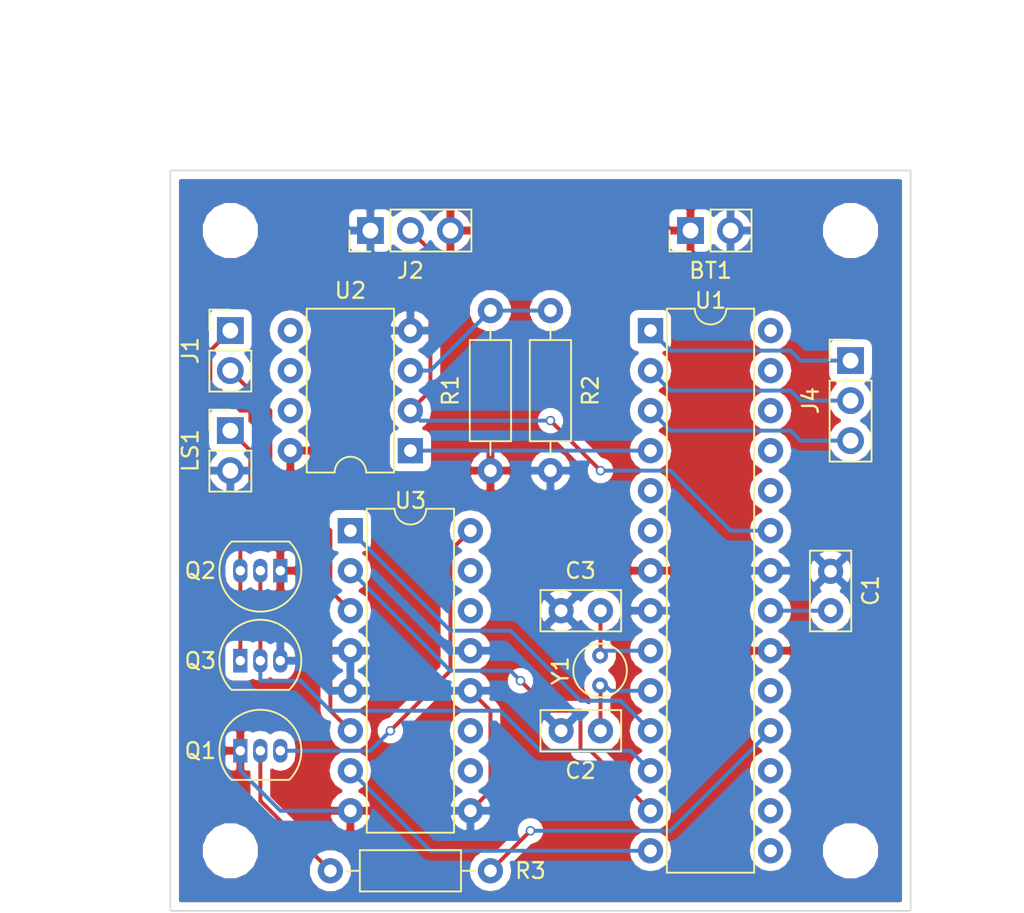
<source format=kicad_pcb>
(kicad_pcb (version 4) (host pcbnew 4.0.7)

  (general
    (links 0)
    (no_connects 0)
    (area 121.869999 69.164999 168.960001 116.255001)
    (thickness 1.6)
    (drawings 8)
    (tracks 102)
    (zones 0)
    (modules 22)
    (nets 37)
  )

  (page A4)
  (layers
    (0 F.Cu signal)
    (31 B.Cu signal)
    (32 B.Adhes user)
    (33 F.Adhes user)
    (34 B.Paste user)
    (35 F.Paste user)
    (36 B.SilkS user)
    (37 F.SilkS user)
    (38 B.Mask user)
    (39 F.Mask user)
    (40 Dwgs.User user)
    (41 Cmts.User user)
    (42 Eco1.User user)
    (43 Eco2.User user)
    (44 Edge.Cuts user)
    (45 Margin user)
    (46 B.CrtYd user)
    (47 F.CrtYd user)
    (48 B.Fab user)
    (49 F.Fab user)
  )

  (setup
    (last_trace_width 0.25)
    (trace_clearance 0.2)
    (zone_clearance 0.5)
    (zone_45_only yes)
    (trace_min 0.1778)
    (segment_width 0.2)
    (edge_width 0.1)
    (via_size 0.6)
    (via_drill 0.4)
    (via_min_size 0.381)
    (via_min_drill 0.3)
    (uvia_size 0.3)
    (uvia_drill 0.1)
    (uvias_allowed no)
    (uvia_min_size 0.2)
    (uvia_min_drill 0.1)
    (pcb_text_width 0.3)
    (pcb_text_size 1.5 1.5)
    (mod_edge_width 0.15)
    (mod_text_size 1 1)
    (mod_text_width 0.15)
    (pad_size 1.524 1.524)
    (pad_drill 0.762)
    (pad_to_mask_clearance 0.2)
    (aux_axis_origin 0 0)
    (visible_elements FFFEFF7F)
    (pcbplotparams
      (layerselection 0x010a8_80000001)
      (usegerberextensions true)
      (excludeedgelayer true)
      (linewidth 0.100000)
      (plotframeref false)
      (viasonmask false)
      (mode 1)
      (useauxorigin false)
      (hpglpennumber 1)
      (hpglpenspeed 20)
      (hpglpendiameter 15)
      (hpglpenoverlay 2)
      (psnegative false)
      (psa4output false)
      (plotreference true)
      (plotvalue true)
      (plotinvisibletext false)
      (padsonsilk false)
      (subtractmaskfromsilk false)
      (outputformat 1)
      (mirror false)
      (drillshape 0)
      (scaleselection 1)
      (outputdirectory gerber/))
  )

  (net 0 "")
  (net 1 VCC)
  (net 2 GND)
  (net 3 "Net-(C1-Pad1)")
  (net 4 "Net-(C2-Pad1)")
  (net 5 "Net-(C3-Pad1)")
  (net 6 "Net-(J1-Pad1)")
  (net 7 "Net-(J1-Pad2)")
  (net 8 "Net-(J2-Pad2)")
  (net 9 "Net-(LS1-Pad1)")
  (net 10 "Net-(Q1-Pad2)")
  (net 11 "Net-(Q1-Pad3)")
  (net 12 "Net-(Q2-Pad2)")
  (net 13 "Net-(R1-Pad1)")
  (net 14 "Net-(R3-Pad2)")
  (net 15 "Net-(U1-Pad15)")
  (net 16 "Net-(U1-Pad16)")
  (net 17 "Net-(U1-Pad17)")
  (net 18 "Net-(U1-Pad4)")
  (net 19 "Net-(U1-Pad5)")
  (net 20 "Net-(U1-Pad19)")
  (net 21 "Net-(U1-Pad6)")
  (net 22 "Net-(U1-Pad24)")
  (net 23 "Net-(U1-Pad11)")
  (net 24 "Net-(U1-Pad25)")
  (net 25 "Net-(U1-Pad26)")
  (net 26 "Net-(U1-Pad13)")
  (net 27 "Net-(U1-Pad27)")
  (net 28 "Net-(U1-Pad14)")
  (net 29 "Net-(U1-Pad28)")
  (net 30 "Net-(U3-Pad10)")
  (net 31 "Net-(U3-Pad11)")
  (net 32 "Net-(U3-Pad14)")
  (net 33 "Net-(U3-Pad15)")
  (net 34 "Net-(J4-Pad1)")
  (net 35 "Net-(J4-Pad2)")
  (net 36 "Net-(J4-Pad3)")

  (net_class Default "This is the default net class."
    (clearance 0.2)
    (trace_width 0.25)
    (via_dia 0.6)
    (via_drill 0.4)
    (uvia_dia 0.3)
    (uvia_drill 0.1)
    (add_net GND)
    (add_net "Net-(C1-Pad1)")
    (add_net "Net-(C2-Pad1)")
    (add_net "Net-(C3-Pad1)")
    (add_net "Net-(J1-Pad1)")
    (add_net "Net-(J1-Pad2)")
    (add_net "Net-(J2-Pad2)")
    (add_net "Net-(J4-Pad1)")
    (add_net "Net-(J4-Pad2)")
    (add_net "Net-(J4-Pad3)")
    (add_net "Net-(LS1-Pad1)")
    (add_net "Net-(Q1-Pad2)")
    (add_net "Net-(Q1-Pad3)")
    (add_net "Net-(Q2-Pad2)")
    (add_net "Net-(R1-Pad1)")
    (add_net "Net-(R3-Pad2)")
    (add_net "Net-(U1-Pad11)")
    (add_net "Net-(U1-Pad13)")
    (add_net "Net-(U1-Pad14)")
    (add_net "Net-(U1-Pad15)")
    (add_net "Net-(U1-Pad16)")
    (add_net "Net-(U1-Pad17)")
    (add_net "Net-(U1-Pad19)")
    (add_net "Net-(U1-Pad24)")
    (add_net "Net-(U1-Pad25)")
    (add_net "Net-(U1-Pad26)")
    (add_net "Net-(U1-Pad27)")
    (add_net "Net-(U1-Pad28)")
    (add_net "Net-(U1-Pad4)")
    (add_net "Net-(U1-Pad5)")
    (add_net "Net-(U1-Pad6)")
    (add_net "Net-(U3-Pad10)")
    (add_net "Net-(U3-Pad11)")
    (add_net "Net-(U3-Pad14)")
    (add_net "Net-(U3-Pad15)")
    (add_net VCC)
  )

  (module Housings_DIP:DIP-16_W7.62mm placed (layer F.Cu) (tedit 59C1EC4C) (tstamp 59C7947D)
    (at 133.35 92.075)
    (descr "16-lead dip package, row spacing 7.62 mm (300 mils)")
    (tags "DIL DIP PDIP 2.54mm 7.62mm 300mil")
    (path /59BEF0C3)
    (fp_text reference U3 (at 3.81 -1.905) (layer F.SilkS)
      (effects (font (size 1 1) (thickness 0.15)))
    )
    (fp_text value L293D (at 3.81 -2.54) (layer F.Fab)
      (effects (font (size 1 1) (thickness 0.15)))
    )
    (fp_text user %R (at 3.81 8.89) (layer F.Fab)
      (effects (font (size 1 1) (thickness 0.15)))
    )
    (fp_line (start 1.635 -1.27) (end 6.985 -1.27) (layer F.Fab) (width 0.1))
    (fp_line (start 6.985 -1.27) (end 6.985 19.05) (layer F.Fab) (width 0.1))
    (fp_line (start 6.985 19.05) (end 0.635 19.05) (layer F.Fab) (width 0.1))
    (fp_line (start 0.635 19.05) (end 0.635 -0.27) (layer F.Fab) (width 0.1))
    (fp_line (start 0.635 -0.27) (end 1.635 -1.27) (layer F.Fab) (width 0.1))
    (fp_line (start 2.81 -1.39) (end 1.04 -1.39) (layer F.SilkS) (width 0.12))
    (fp_line (start 1.04 -1.39) (end 1.04 19.17) (layer F.SilkS) (width 0.12))
    (fp_line (start 1.04 19.17) (end 6.58 19.17) (layer F.SilkS) (width 0.12))
    (fp_line (start 6.58 19.17) (end 6.58 -1.39) (layer F.SilkS) (width 0.12))
    (fp_line (start 6.58 -1.39) (end 4.81 -1.39) (layer F.SilkS) (width 0.12))
    (fp_line (start -1.1 -1.6) (end -1.1 19.3) (layer F.CrtYd) (width 0.05))
    (fp_line (start -1.1 19.3) (end 8.7 19.3) (layer F.CrtYd) (width 0.05))
    (fp_line (start 8.7 19.3) (end 8.7 -1.6) (layer F.CrtYd) (width 0.05))
    (fp_line (start 8.7 -1.6) (end -1.1 -1.6) (layer F.CrtYd) (width 0.05))
    (fp_arc (start 3.81 -1.39) (end 2.81 -1.39) (angle -180) (layer F.SilkS) (width 0.12))
    (pad 1 thru_hole rect (at 0 0) (size 1.6 1.6) (drill 0.8) (layers *.Cu *.Mask)
      (net 23 "Net-(U1-Pad11)"))
    (pad 9 thru_hole oval (at 7.62 17.78) (size 1.6 1.6) (drill 0.8) (layers *.Cu *.Mask)
      (net 2 GND))
    (pad 2 thru_hole oval (at 0 2.54) (size 1.6 1.6) (drill 0.8) (layers *.Cu *.Mask)
      (net 26 "Net-(U1-Pad13)"))
    (pad 10 thru_hole oval (at 7.62 15.24) (size 1.6 1.6) (drill 0.8) (layers *.Cu *.Mask)
      (net 30 "Net-(U3-Pad10)"))
    (pad 3 thru_hole oval (at 0 5.08) (size 1.6 1.6) (drill 0.8) (layers *.Cu *.Mask)
      (net 7 "Net-(J1-Pad2)"))
    (pad 11 thru_hole oval (at 7.62 12.7) (size 1.6 1.6) (drill 0.8) (layers *.Cu *.Mask)
      (net 31 "Net-(U3-Pad11)"))
    (pad 4 thru_hole oval (at 0 7.62) (size 1.6 1.6) (drill 0.8) (layers *.Cu *.Mask)
      (net 2 GND))
    (pad 12 thru_hole oval (at 7.62 10.16) (size 1.6 1.6) (drill 0.8) (layers *.Cu *.Mask)
      (net 2 GND))
    (pad 5 thru_hole oval (at 0 10.16) (size 1.6 1.6) (drill 0.8) (layers *.Cu *.Mask)
      (net 2 GND))
    (pad 13 thru_hole oval (at 7.62 7.62) (size 1.6 1.6) (drill 0.8) (layers *.Cu *.Mask)
      (net 2 GND))
    (pad 6 thru_hole oval (at 0 12.7) (size 1.6 1.6) (drill 0.8) (layers *.Cu *.Mask)
      (net 6 "Net-(J1-Pad1)"))
    (pad 14 thru_hole oval (at 7.62 5.08) (size 1.6 1.6) (drill 0.8) (layers *.Cu *.Mask)
      (net 32 "Net-(U3-Pad14)"))
    (pad 7 thru_hole oval (at 0 15.24) (size 1.6 1.6) (drill 0.8) (layers *.Cu *.Mask)
      (net 28 "Net-(U1-Pad14)"))
    (pad 15 thru_hole oval (at 7.62 2.54) (size 1.6 1.6) (drill 0.8) (layers *.Cu *.Mask)
      (net 33 "Net-(U3-Pad15)"))
    (pad 8 thru_hole oval (at 0 17.78) (size 1.6 1.6) (drill 0.8) (layers *.Cu *.Mask)
      (net 1 VCC))
    (pad 16 thru_hole oval (at 7.62 0) (size 1.6 1.6) (drill 0.8) (layers *.Cu *.Mask)
      (net 11 "Net-(Q1-Pad3)"))
    (model ${KISYS3DMOD}/Housings_DIP.3dshapes/DIP-16_W7.62mm.wrl
      (at (xyz 0 0 0))
      (scale (xyz 1 1 1))
      (rotate (xyz 0 0 0))
    )
  )

  (module Capacitors_THT:C_Disc_D5.0mm_W2.5mm_P2.50mm placed (layer F.Cu) (tedit 59C1EBD5) (tstamp 59C793F7)
    (at 163.83 97.155 90)
    (descr "C, Disc series, Radial, pin pitch=2.50mm, , diameter*width=5*2.5mm^2, Capacitor, http://cdn-reichelt.de/documents/datenblatt/B300/DS_KERKO_TC.pdf")
    (tags "C Disc series Radial pin pitch 2.50mm  diameter 5mm width 2.5mm Capacitor")
    (path /59BF0B26)
    (fp_text reference C1 (at 1.27 2.54 90) (layer F.SilkS)
      (effects (font (size 1 1) (thickness 0.15)))
    )
    (fp_text value 47pF (at 1.27 2.54 90) (layer F.Fab)
      (effects (font (size 1 1) (thickness 0.15)))
    )
    (fp_line (start -1.25 -1.25) (end -1.25 1.25) (layer F.Fab) (width 0.1))
    (fp_line (start -1.25 1.25) (end 3.75 1.25) (layer F.Fab) (width 0.1))
    (fp_line (start 3.75 1.25) (end 3.75 -1.25) (layer F.Fab) (width 0.1))
    (fp_line (start 3.75 -1.25) (end -1.25 -1.25) (layer F.Fab) (width 0.1))
    (fp_line (start -1.31 -1.31) (end 3.81 -1.31) (layer F.SilkS) (width 0.12))
    (fp_line (start -1.31 1.31) (end 3.81 1.31) (layer F.SilkS) (width 0.12))
    (fp_line (start -1.31 -1.31) (end -1.31 1.31) (layer F.SilkS) (width 0.12))
    (fp_line (start 3.81 -1.31) (end 3.81 1.31) (layer F.SilkS) (width 0.12))
    (fp_line (start -1.6 -1.6) (end -1.6 1.6) (layer F.CrtYd) (width 0.05))
    (fp_line (start -1.6 1.6) (end 4.1 1.6) (layer F.CrtYd) (width 0.05))
    (fp_line (start 4.1 1.6) (end 4.1 -1.6) (layer F.CrtYd) (width 0.05))
    (fp_line (start 4.1 -1.6) (end -1.6 -1.6) (layer F.CrtYd) (width 0.05))
    (fp_text user %R (at 1.25 0 90) (layer F.Fab)
      (effects (font (size 1 1) (thickness 0.15)))
    )
    (pad 1 thru_hole circle (at 0 0 90) (size 1.6 1.6) (drill 0.8) (layers *.Cu *.Mask)
      (net 3 "Net-(C1-Pad1)"))
    (pad 2 thru_hole circle (at 2.5 0 90) (size 1.6 1.6) (drill 0.8) (layers *.Cu *.Mask)
      (net 2 GND))
    (model ${KISYS3DMOD}/Capacitors_THT.3dshapes/C_Disc_D5.0mm_W2.5mm_P2.50mm.wrl
      (at (xyz 0 0 0))
      (scale (xyz 1 1 1))
      (rotate (xyz 0 0 0))
    )
  )

  (module Capacitors_THT:C_Disc_D5.0mm_W2.5mm_P2.50mm placed (layer F.Cu) (tedit 59C1EBD9) (tstamp 59C793FD)
    (at 149.225 104.775 180)
    (descr "C, Disc series, Radial, pin pitch=2.50mm, , diameter*width=5*2.5mm^2, Capacitor, http://cdn-reichelt.de/documents/datenblatt/B300/DS_KERKO_TC.pdf")
    (tags "C Disc series Radial pin pitch 2.50mm  diameter 5mm width 2.5mm Capacitor")
    (path /59BF12C4)
    (fp_text reference C2 (at 1.27 -2.54 180) (layer F.SilkS)
      (effects (font (size 1 1) (thickness 0.15)))
    )
    (fp_text value 15pF (at 1.27 -2.54 360) (layer F.Fab)
      (effects (font (size 1 1) (thickness 0.15)))
    )
    (fp_line (start -1.25 -1.25) (end -1.25 1.25) (layer F.Fab) (width 0.1))
    (fp_line (start -1.25 1.25) (end 3.75 1.25) (layer F.Fab) (width 0.1))
    (fp_line (start 3.75 1.25) (end 3.75 -1.25) (layer F.Fab) (width 0.1))
    (fp_line (start 3.75 -1.25) (end -1.25 -1.25) (layer F.Fab) (width 0.1))
    (fp_line (start -1.31 -1.31) (end 3.81 -1.31) (layer F.SilkS) (width 0.12))
    (fp_line (start -1.31 1.31) (end 3.81 1.31) (layer F.SilkS) (width 0.12))
    (fp_line (start -1.31 -1.31) (end -1.31 1.31) (layer F.SilkS) (width 0.12))
    (fp_line (start 3.81 -1.31) (end 3.81 1.31) (layer F.SilkS) (width 0.12))
    (fp_line (start -1.6 -1.6) (end -1.6 1.6) (layer F.CrtYd) (width 0.05))
    (fp_line (start -1.6 1.6) (end 4.1 1.6) (layer F.CrtYd) (width 0.05))
    (fp_line (start 4.1 1.6) (end 4.1 -1.6) (layer F.CrtYd) (width 0.05))
    (fp_line (start 4.1 -1.6) (end -1.6 -1.6) (layer F.CrtYd) (width 0.05))
    (fp_text user %R (at 1.25 0 180) (layer F.Fab)
      (effects (font (size 1 1) (thickness 0.15)))
    )
    (pad 1 thru_hole circle (at 0 0 180) (size 1.6 1.6) (drill 0.8) (layers *.Cu *.Mask)
      (net 4 "Net-(C2-Pad1)"))
    (pad 2 thru_hole circle (at 2.5 0 180) (size 1.6 1.6) (drill 0.8) (layers *.Cu *.Mask)
      (net 2 GND))
    (model ${KISYS3DMOD}/Capacitors_THT.3dshapes/C_Disc_D5.0mm_W2.5mm_P2.50mm.wrl
      (at (xyz 0 0 0))
      (scale (xyz 1 1 1))
      (rotate (xyz 0 0 0))
    )
  )

  (module Capacitors_THT:C_Disc_D5.0mm_W2.5mm_P2.50mm placed (layer F.Cu) (tedit 59C1EBDB) (tstamp 59C79403)
    (at 149.225 97.155 180)
    (descr "C, Disc series, Radial, pin pitch=2.50mm, , diameter*width=5*2.5mm^2, Capacitor, http://cdn-reichelt.de/documents/datenblatt/B300/DS_KERKO_TC.pdf")
    (tags "C Disc series Radial pin pitch 2.50mm  diameter 5mm width 2.5mm Capacitor")
    (path /59BF148B)
    (fp_text reference C3 (at 1.27 2.54 180) (layer F.SilkS)
      (effects (font (size 1 1) (thickness 0.15)))
    )
    (fp_text value 15pF (at 1.27 2.54 360) (layer F.Fab)
      (effects (font (size 1 1) (thickness 0.15)))
    )
    (fp_line (start -1.25 -1.25) (end -1.25 1.25) (layer F.Fab) (width 0.1))
    (fp_line (start -1.25 1.25) (end 3.75 1.25) (layer F.Fab) (width 0.1))
    (fp_line (start 3.75 1.25) (end 3.75 -1.25) (layer F.Fab) (width 0.1))
    (fp_line (start 3.75 -1.25) (end -1.25 -1.25) (layer F.Fab) (width 0.1))
    (fp_line (start -1.31 -1.31) (end 3.81 -1.31) (layer F.SilkS) (width 0.12))
    (fp_line (start -1.31 1.31) (end 3.81 1.31) (layer F.SilkS) (width 0.12))
    (fp_line (start -1.31 -1.31) (end -1.31 1.31) (layer F.SilkS) (width 0.12))
    (fp_line (start 3.81 -1.31) (end 3.81 1.31) (layer F.SilkS) (width 0.12))
    (fp_line (start -1.6 -1.6) (end -1.6 1.6) (layer F.CrtYd) (width 0.05))
    (fp_line (start -1.6 1.6) (end 4.1 1.6) (layer F.CrtYd) (width 0.05))
    (fp_line (start 4.1 1.6) (end 4.1 -1.6) (layer F.CrtYd) (width 0.05))
    (fp_line (start 4.1 -1.6) (end -1.6 -1.6) (layer F.CrtYd) (width 0.05))
    (fp_text user %R (at 1.25 0 180) (layer F.Fab)
      (effects (font (size 1 1) (thickness 0.15)))
    )
    (pad 1 thru_hole circle (at 0 0 180) (size 1.6 1.6) (drill 0.8) (layers *.Cu *.Mask)
      (net 5 "Net-(C3-Pad1)"))
    (pad 2 thru_hole circle (at 2.5 0 180) (size 1.6 1.6) (drill 0.8) (layers *.Cu *.Mask)
      (net 2 GND))
    (model ${KISYS3DMOD}/Capacitors_THT.3dshapes/C_Disc_D5.0mm_W2.5mm_P2.50mm.wrl
      (at (xyz 0 0 0))
      (scale (xyz 1 1 1))
      (rotate (xyz 0 0 0))
    )
  )

  (module Resistors_THT:R_Axial_DIN0207_L6.3mm_D2.5mm_P10.16mm_Horizontal placed (layer F.Cu) (tedit 59C1EC58) (tstamp 59C79431)
    (at 142.24 78.105 270)
    (descr "Resistor, Axial_DIN0207 series, Axial, Horizontal, pin pitch=10.16mm, 0.25W = 1/4W, length*diameter=6.3*2.5mm^2, http://cdn-reichelt.de/documents/datenblatt/B400/1_4W%23YAG.pdf")
    (tags "Resistor Axial_DIN0207 series Axial Horizontal pin pitch 10.16mm 0.25W = 1/4W length 6.3mm diameter 2.5mm")
    (path /59BEE84B)
    (fp_text reference R1 (at 5.08 2.54 270) (layer F.SilkS)
      (effects (font (size 1 1) (thickness 0.15)))
    )
    (fp_text value 1MΩ (at 5.08 2.54 270) (layer F.Fab)
      (effects (font (size 1 1) (thickness 0.15)))
    )
    (fp_line (start 1.93 -1.25) (end 1.93 1.25) (layer F.Fab) (width 0.1))
    (fp_line (start 1.93 1.25) (end 8.23 1.25) (layer F.Fab) (width 0.1))
    (fp_line (start 8.23 1.25) (end 8.23 -1.25) (layer F.Fab) (width 0.1))
    (fp_line (start 8.23 -1.25) (end 1.93 -1.25) (layer F.Fab) (width 0.1))
    (fp_line (start 0 0) (end 1.93 0) (layer F.Fab) (width 0.1))
    (fp_line (start 10.16 0) (end 8.23 0) (layer F.Fab) (width 0.1))
    (fp_line (start 1.87 -1.31) (end 1.87 1.31) (layer F.SilkS) (width 0.12))
    (fp_line (start 1.87 1.31) (end 8.29 1.31) (layer F.SilkS) (width 0.12))
    (fp_line (start 8.29 1.31) (end 8.29 -1.31) (layer F.SilkS) (width 0.12))
    (fp_line (start 8.29 -1.31) (end 1.87 -1.31) (layer F.SilkS) (width 0.12))
    (fp_line (start 0.98 0) (end 1.87 0) (layer F.SilkS) (width 0.12))
    (fp_line (start 9.18 0) (end 8.29 0) (layer F.SilkS) (width 0.12))
    (fp_line (start -1.05 -1.6) (end -1.05 1.6) (layer F.CrtYd) (width 0.05))
    (fp_line (start -1.05 1.6) (end 11.25 1.6) (layer F.CrtYd) (width 0.05))
    (fp_line (start 11.25 1.6) (end 11.25 -1.6) (layer F.CrtYd) (width 0.05))
    (fp_line (start 11.25 -1.6) (end -1.05 -1.6) (layer F.CrtYd) (width 0.05))
    (pad 1 thru_hole circle (at 0 0 270) (size 1.6 1.6) (drill 0.8) (layers *.Cu *.Mask)
      (net 13 "Net-(R1-Pad1)"))
    (pad 2 thru_hole oval (at 10.16 0 270) (size 1.6 1.6) (drill 0.8) (layers *.Cu *.Mask)
      (net 1 VCC))
    (model ${KISYS3DMOD}/Resistors_THT.3dshapes/R_Axial_DIN0207_L6.3mm_D2.5mm_P10.16mm_Horizontal.wrl
      (at (xyz 0 0 0))
      (scale (xyz 0.393701 0.393701 0.393701))
      (rotate (xyz 0 0 0))
    )
  )

  (module Resistors_THT:R_Axial_DIN0207_L6.3mm_D2.5mm_P10.16mm_Horizontal placed (layer F.Cu) (tedit 59C1EC5A) (tstamp 59C79437)
    (at 146.05 78.105 270)
    (descr "Resistor, Axial_DIN0207 series, Axial, Horizontal, pin pitch=10.16mm, 0.25W = 1/4W, length*diameter=6.3*2.5mm^2, http://cdn-reichelt.de/documents/datenblatt/B400/1_4W%23YAG.pdf")
    (tags "Resistor Axial_DIN0207 series Axial Horizontal pin pitch 10.16mm 0.25W = 1/4W length 6.3mm diameter 2.5mm")
    (path /59BEE8DB)
    (fp_text reference R2 (at 5.08 -2.54 270) (layer F.SilkS)
      (effects (font (size 1 1) (thickness 0.15)))
    )
    (fp_text value 68kΩ (at 5.08 -2.54 450) (layer F.Fab)
      (effects (font (size 1 1) (thickness 0.15)))
    )
    (fp_line (start 1.93 -1.25) (end 1.93 1.25) (layer F.Fab) (width 0.1))
    (fp_line (start 1.93 1.25) (end 8.23 1.25) (layer F.Fab) (width 0.1))
    (fp_line (start 8.23 1.25) (end 8.23 -1.25) (layer F.Fab) (width 0.1))
    (fp_line (start 8.23 -1.25) (end 1.93 -1.25) (layer F.Fab) (width 0.1))
    (fp_line (start 0 0) (end 1.93 0) (layer F.Fab) (width 0.1))
    (fp_line (start 10.16 0) (end 8.23 0) (layer F.Fab) (width 0.1))
    (fp_line (start 1.87 -1.31) (end 1.87 1.31) (layer F.SilkS) (width 0.12))
    (fp_line (start 1.87 1.31) (end 8.29 1.31) (layer F.SilkS) (width 0.12))
    (fp_line (start 8.29 1.31) (end 8.29 -1.31) (layer F.SilkS) (width 0.12))
    (fp_line (start 8.29 -1.31) (end 1.87 -1.31) (layer F.SilkS) (width 0.12))
    (fp_line (start 0.98 0) (end 1.87 0) (layer F.SilkS) (width 0.12))
    (fp_line (start 9.18 0) (end 8.29 0) (layer F.SilkS) (width 0.12))
    (fp_line (start -1.05 -1.6) (end -1.05 1.6) (layer F.CrtYd) (width 0.05))
    (fp_line (start -1.05 1.6) (end 11.25 1.6) (layer F.CrtYd) (width 0.05))
    (fp_line (start 11.25 1.6) (end 11.25 -1.6) (layer F.CrtYd) (width 0.05))
    (fp_line (start 11.25 -1.6) (end -1.05 -1.6) (layer F.CrtYd) (width 0.05))
    (pad 1 thru_hole circle (at 0 0 270) (size 1.6 1.6) (drill 0.8) (layers *.Cu *.Mask)
      (net 13 "Net-(R1-Pad1)"))
    (pad 2 thru_hole oval (at 10.16 0 270) (size 1.6 1.6) (drill 0.8) (layers *.Cu *.Mask)
      (net 2 GND))
    (model ${KISYS3DMOD}/Resistors_THT.3dshapes/R_Axial_DIN0207_L6.3mm_D2.5mm_P10.16mm_Horizontal.wrl
      (at (xyz 0 0 0))
      (scale (xyz 0.393701 0.393701 0.393701))
      (rotate (xyz 0 0 0))
    )
  )

  (module Resistors_THT:R_Axial_DIN0207_L6.3mm_D2.5mm_P10.16mm_Horizontal placed (layer F.Cu) (tedit 59C1EBF2) (tstamp 59C7943D)
    (at 132.08 113.665)
    (descr "Resistor, Axial_DIN0207 series, Axial, Horizontal, pin pitch=10.16mm, 0.25W = 1/4W, length*diameter=6.3*2.5mm^2, http://cdn-reichelt.de/documents/datenblatt/B400/1_4W%23YAG.pdf")
    (tags "Resistor Axial_DIN0207 series Axial Horizontal pin pitch 10.16mm 0.25W = 1/4W length 6.3mm diameter 2.5mm")
    (path /59BF0740)
    (fp_text reference R3 (at 12.7 0) (layer F.SilkS)
      (effects (font (size 1 1) (thickness 0.15)))
    )
    (fp_text value 10kΩ (at 13.335 0 180) (layer F.Fab)
      (effects (font (size 1 1) (thickness 0.15)))
    )
    (fp_line (start 1.93 -1.25) (end 1.93 1.25) (layer F.Fab) (width 0.1))
    (fp_line (start 1.93 1.25) (end 8.23 1.25) (layer F.Fab) (width 0.1))
    (fp_line (start 8.23 1.25) (end 8.23 -1.25) (layer F.Fab) (width 0.1))
    (fp_line (start 8.23 -1.25) (end 1.93 -1.25) (layer F.Fab) (width 0.1))
    (fp_line (start 0 0) (end 1.93 0) (layer F.Fab) (width 0.1))
    (fp_line (start 10.16 0) (end 8.23 0) (layer F.Fab) (width 0.1))
    (fp_line (start 1.87 -1.31) (end 1.87 1.31) (layer F.SilkS) (width 0.12))
    (fp_line (start 1.87 1.31) (end 8.29 1.31) (layer F.SilkS) (width 0.12))
    (fp_line (start 8.29 1.31) (end 8.29 -1.31) (layer F.SilkS) (width 0.12))
    (fp_line (start 8.29 -1.31) (end 1.87 -1.31) (layer F.SilkS) (width 0.12))
    (fp_line (start 0.98 0) (end 1.87 0) (layer F.SilkS) (width 0.12))
    (fp_line (start 9.18 0) (end 8.29 0) (layer F.SilkS) (width 0.12))
    (fp_line (start -1.05 -1.6) (end -1.05 1.6) (layer F.CrtYd) (width 0.05))
    (fp_line (start -1.05 1.6) (end 11.25 1.6) (layer F.CrtYd) (width 0.05))
    (fp_line (start 11.25 1.6) (end 11.25 -1.6) (layer F.CrtYd) (width 0.05))
    (fp_line (start 11.25 -1.6) (end -1.05 -1.6) (layer F.CrtYd) (width 0.05))
    (pad 1 thru_hole circle (at 0 0) (size 1.6 1.6) (drill 0.8) (layers *.Cu *.Mask)
      (net 10 "Net-(Q1-Pad2)"))
    (pad 2 thru_hole oval (at 10.16 0) (size 1.6 1.6) (drill 0.8) (layers *.Cu *.Mask)
      (net 14 "Net-(R3-Pad2)"))
    (model ${KISYS3DMOD}/Resistors_THT.3dshapes/R_Axial_DIN0207_L6.3mm_D2.5mm_P10.16mm_Horizontal.wrl
      (at (xyz 0 0 0))
      (scale (xyz 0.393701 0.393701 0.393701))
      (rotate (xyz 0 0 0))
    )
  )

  (module Housings_DIP:DIP-28_W7.62mm placed (layer F.Cu) (tedit 59C1EBC4) (tstamp 59C7945D)
    (at 152.4 79.375)
    (descr "28-lead dip package, row spacing 7.62 mm (300 mils)")
    (tags "DIL DIP PDIP 2.54mm 7.62mm 300mil")
    (path /59BF0585)
    (fp_text reference U1 (at 3.81 -1.905) (layer F.SilkS)
      (effects (font (size 1 1) (thickness 0.15)))
    )
    (fp_text value ATMEGA328P-PU (at 3.81 35.56) (layer F.Fab)
      (effects (font (size 1 1) (thickness 0.15)))
    )
    (fp_text user %R (at 3.81 16.51) (layer F.Fab)
      (effects (font (size 1 1) (thickness 0.15)))
    )
    (fp_line (start 1.635 -1.27) (end 6.985 -1.27) (layer F.Fab) (width 0.1))
    (fp_line (start 6.985 -1.27) (end 6.985 34.29) (layer F.Fab) (width 0.1))
    (fp_line (start 6.985 34.29) (end 0.635 34.29) (layer F.Fab) (width 0.1))
    (fp_line (start 0.635 34.29) (end 0.635 -0.27) (layer F.Fab) (width 0.1))
    (fp_line (start 0.635 -0.27) (end 1.635 -1.27) (layer F.Fab) (width 0.1))
    (fp_line (start 2.81 -1.39) (end 1.04 -1.39) (layer F.SilkS) (width 0.12))
    (fp_line (start 1.04 -1.39) (end 1.04 34.41) (layer F.SilkS) (width 0.12))
    (fp_line (start 1.04 34.41) (end 6.58 34.41) (layer F.SilkS) (width 0.12))
    (fp_line (start 6.58 34.41) (end 6.58 -1.39) (layer F.SilkS) (width 0.12))
    (fp_line (start 6.58 -1.39) (end 4.81 -1.39) (layer F.SilkS) (width 0.12))
    (fp_line (start -1.1 -1.6) (end -1.1 34.6) (layer F.CrtYd) (width 0.05))
    (fp_line (start -1.1 34.6) (end 8.7 34.6) (layer F.CrtYd) (width 0.05))
    (fp_line (start 8.7 34.6) (end 8.7 -1.6) (layer F.CrtYd) (width 0.05))
    (fp_line (start 8.7 -1.6) (end -1.1 -1.6) (layer F.CrtYd) (width 0.05))
    (fp_arc (start 3.81 -1.39) (end 2.81 -1.39) (angle -180) (layer F.SilkS) (width 0.12))
    (pad 1 thru_hole rect (at 0 0) (size 1.6 1.6) (drill 0.8) (layers *.Cu *.Mask)
      (net 34 "Net-(J4-Pad1)"))
    (pad 15 thru_hole oval (at 7.62 33.02) (size 1.6 1.6) (drill 0.8) (layers *.Cu *.Mask)
      (net 15 "Net-(U1-Pad15)"))
    (pad 2 thru_hole oval (at 0 2.54) (size 1.6 1.6) (drill 0.8) (layers *.Cu *.Mask)
      (net 35 "Net-(J4-Pad2)"))
    (pad 16 thru_hole oval (at 7.62 30.48) (size 1.6 1.6) (drill 0.8) (layers *.Cu *.Mask)
      (net 16 "Net-(U1-Pad16)"))
    (pad 3 thru_hole oval (at 0 5.08) (size 1.6 1.6) (drill 0.8) (layers *.Cu *.Mask)
      (net 36 "Net-(J4-Pad3)"))
    (pad 17 thru_hole oval (at 7.62 27.94) (size 1.6 1.6) (drill 0.8) (layers *.Cu *.Mask)
      (net 17 "Net-(U1-Pad17)"))
    (pad 4 thru_hole oval (at 0 7.62) (size 1.6 1.6) (drill 0.8) (layers *.Cu *.Mask)
      (net 18 "Net-(U1-Pad4)"))
    (pad 18 thru_hole oval (at 7.62 25.4) (size 1.6 1.6) (drill 0.8) (layers *.Cu *.Mask)
      (net 14 "Net-(R3-Pad2)"))
    (pad 5 thru_hole oval (at 0 10.16) (size 1.6 1.6) (drill 0.8) (layers *.Cu *.Mask)
      (net 19 "Net-(U1-Pad5)"))
    (pad 19 thru_hole oval (at 7.62 22.86) (size 1.6 1.6) (drill 0.8) (layers *.Cu *.Mask)
      (net 20 "Net-(U1-Pad19)"))
    (pad 6 thru_hole oval (at 0 12.7) (size 1.6 1.6) (drill 0.8) (layers *.Cu *.Mask)
      (net 21 "Net-(U1-Pad6)"))
    (pad 20 thru_hole oval (at 7.62 20.32) (size 1.6 1.6) (drill 0.8) (layers *.Cu *.Mask)
      (net 1 VCC))
    (pad 7 thru_hole oval (at 0 15.24) (size 1.6 1.6) (drill 0.8) (layers *.Cu *.Mask)
      (net 1 VCC))
    (pad 21 thru_hole oval (at 7.62 17.78) (size 1.6 1.6) (drill 0.8) (layers *.Cu *.Mask)
      (net 3 "Net-(C1-Pad1)"))
    (pad 8 thru_hole oval (at 0 17.78) (size 1.6 1.6) (drill 0.8) (layers *.Cu *.Mask)
      (net 2 GND))
    (pad 22 thru_hole oval (at 7.62 15.24) (size 1.6 1.6) (drill 0.8) (layers *.Cu *.Mask)
      (net 2 GND))
    (pad 9 thru_hole oval (at 0 20.32) (size 1.6 1.6) (drill 0.8) (layers *.Cu *.Mask)
      (net 5 "Net-(C3-Pad1)"))
    (pad 23 thru_hole oval (at 7.62 12.7) (size 1.6 1.6) (drill 0.8) (layers *.Cu *.Mask)
      (net 8 "Net-(J2-Pad2)"))
    (pad 10 thru_hole oval (at 0 22.86) (size 1.6 1.6) (drill 0.8) (layers *.Cu *.Mask)
      (net 4 "Net-(C2-Pad1)"))
    (pad 24 thru_hole oval (at 7.62 10.16) (size 1.6 1.6) (drill 0.8) (layers *.Cu *.Mask)
      (net 22 "Net-(U1-Pad24)"))
    (pad 11 thru_hole oval (at 0 25.4) (size 1.6 1.6) (drill 0.8) (layers *.Cu *.Mask)
      (net 23 "Net-(U1-Pad11)"))
    (pad 25 thru_hole oval (at 7.62 7.62) (size 1.6 1.6) (drill 0.8) (layers *.Cu *.Mask)
      (net 24 "Net-(U1-Pad25)"))
    (pad 12 thru_hole oval (at 0 27.94) (size 1.6 1.6) (drill 0.8) (layers *.Cu *.Mask)
      (net 12 "Net-(Q2-Pad2)"))
    (pad 26 thru_hole oval (at 7.62 5.08) (size 1.6 1.6) (drill 0.8) (layers *.Cu *.Mask)
      (net 25 "Net-(U1-Pad26)"))
    (pad 13 thru_hole oval (at 0 30.48) (size 1.6 1.6) (drill 0.8) (layers *.Cu *.Mask)
      (net 26 "Net-(U1-Pad13)"))
    (pad 27 thru_hole oval (at 7.62 2.54) (size 1.6 1.6) (drill 0.8) (layers *.Cu *.Mask)
      (net 27 "Net-(U1-Pad27)"))
    (pad 14 thru_hole oval (at 0 33.02) (size 1.6 1.6) (drill 0.8) (layers *.Cu *.Mask)
      (net 28 "Net-(U1-Pad14)"))
    (pad 28 thru_hole oval (at 7.62 0) (size 1.6 1.6) (drill 0.8) (layers *.Cu *.Mask)
      (net 29 "Net-(U1-Pad28)"))
    (model ${KISYS3DMOD}/Housings_DIP.3dshapes/DIP-28_W7.62mm.wrl
      (at (xyz 0 0 0))
      (scale (xyz 1 1 1))
      (rotate (xyz 0 0 0))
    )
  )

  (module Housings_DIP:DIP-8_W7.62mm placed (layer F.Cu) (tedit 59C1EC52) (tstamp 59C79469)
    (at 137.16 86.995 180)
    (descr "8-lead dip package, row spacing 7.62 mm (300 mils)")
    (tags "DIL DIP PDIP 2.54mm 7.62mm 300mil")
    (path /59BEE76C)
    (fp_text reference U2 (at 3.81 10.16 180) (layer F.SilkS)
      (effects (font (size 1 1) (thickness 0.15)))
    )
    (fp_text value LM393 (at 3.81 10.01 180) (layer F.Fab)
      (effects (font (size 1 1) (thickness 0.15)))
    )
    (fp_text user %R (at 3.81 3.81 180) (layer F.Fab)
      (effects (font (size 1 1) (thickness 0.15)))
    )
    (fp_line (start 1.635 -1.27) (end 6.985 -1.27) (layer F.Fab) (width 0.1))
    (fp_line (start 6.985 -1.27) (end 6.985 8.89) (layer F.Fab) (width 0.1))
    (fp_line (start 6.985 8.89) (end 0.635 8.89) (layer F.Fab) (width 0.1))
    (fp_line (start 0.635 8.89) (end 0.635 -0.27) (layer F.Fab) (width 0.1))
    (fp_line (start 0.635 -0.27) (end 1.635 -1.27) (layer F.Fab) (width 0.1))
    (fp_line (start 2.81 -1.39) (end 1.04 -1.39) (layer F.SilkS) (width 0.12))
    (fp_line (start 1.04 -1.39) (end 1.04 9.01) (layer F.SilkS) (width 0.12))
    (fp_line (start 1.04 9.01) (end 6.58 9.01) (layer F.SilkS) (width 0.12))
    (fp_line (start 6.58 9.01) (end 6.58 -1.39) (layer F.SilkS) (width 0.12))
    (fp_line (start 6.58 -1.39) (end 4.81 -1.39) (layer F.SilkS) (width 0.12))
    (fp_line (start -1.1 -1.6) (end -1.1 9.2) (layer F.CrtYd) (width 0.05))
    (fp_line (start -1.1 9.2) (end 8.7 9.2) (layer F.CrtYd) (width 0.05))
    (fp_line (start 8.7 9.2) (end 8.7 -1.6) (layer F.CrtYd) (width 0.05))
    (fp_line (start 8.7 -1.6) (end -1.1 -1.6) (layer F.CrtYd) (width 0.05))
    (fp_arc (start 3.81 -1.39) (end 2.81 -1.39) (angle -180) (layer F.SilkS) (width 0.12))
    (pad 1 thru_hole rect (at 0 0 180) (size 1.6 1.6) (drill 0.8) (layers *.Cu *.Mask)
      (net 18 "Net-(U1-Pad4)"))
    (pad 5 thru_hole oval (at 7.62 7.62 180) (size 1.6 1.6) (drill 0.8) (layers *.Cu *.Mask))
    (pad 2 thru_hole oval (at 0 2.54 180) (size 1.6 1.6) (drill 0.8) (layers *.Cu *.Mask)
      (net 8 "Net-(J2-Pad2)"))
    (pad 6 thru_hole oval (at 7.62 5.08 180) (size 1.6 1.6) (drill 0.8) (layers *.Cu *.Mask))
    (pad 3 thru_hole oval (at 0 5.08 180) (size 1.6 1.6) (drill 0.8) (layers *.Cu *.Mask)
      (net 13 "Net-(R1-Pad1)"))
    (pad 7 thru_hole oval (at 7.62 2.54 180) (size 1.6 1.6) (drill 0.8) (layers *.Cu *.Mask))
    (pad 4 thru_hole oval (at 0 7.62 180) (size 1.6 1.6) (drill 0.8) (layers *.Cu *.Mask)
      (net 2 GND))
    (pad 8 thru_hole oval (at 7.62 0 180) (size 1.6 1.6) (drill 0.8) (layers *.Cu *.Mask)
      (net 1 VCC))
    (model ${KISYS3DMOD}/Housings_DIP.3dshapes/DIP-8_W7.62mm.wrl
      (at (xyz 0 0 0))
      (scale (xyz 1 1 1))
      (rotate (xyz 0 0 0))
    )
  )

  (module Crystals:Crystal_C38-LF_d3.0mm_l8.0mm_Vertical placed (layer F.Cu) (tedit 59C1EBE5) (tstamp 59C79483)
    (at 149.1996 101.89972 90)
    (descr "Crystal THT C38-LF 8.0mm length 3.0mm diameter")
    (tags ['C38-LF'])
    (path /59BF0DF2)
    (fp_text reference Y1 (at 0.93472 -2.5146 270) (layer F.SilkS)
      (effects (font (size 1 1) (thickness 0.15)))
    )
    (fp_text value 32.768kHz (at 0.93472 -5.0546 90) (layer F.Fab)
      (effects (font (size 1 1) (thickness 0.15)))
    )
    (fp_text user %R (at 0.95 0 90) (layer F.Fab)
      (effects (font (size 0.7 0.7) (thickness 0.105)))
    )
    (fp_circle (center 0.95 0) (end 2.45 0) (layer F.Fab) (width 0.1))
    (fp_circle (center 0.95 0) (end 2.9 0) (layer F.CrtYd) (width 0.05))
    (fp_arc (start 0.95 0) (end -0.75 0) (angle 180) (layer F.SilkS) (width 0.12))
    (fp_arc (start 0.95 0) (end -0.75 0) (angle -180) (layer F.SilkS) (width 0.12))
    (pad 1 thru_hole circle (at 0 0 90) (size 1 1) (drill 0.5) (layers *.Cu *.Mask)
      (net 4 "Net-(C2-Pad1)"))
    (pad 2 thru_hole circle (at 1.9 0 90) (size 1 1) (drill 0.5) (layers *.Cu *.Mask)
      (net 5 "Net-(C3-Pad1)"))
    (model ${KISYS3DMOD}/Crystals.3dshapes/Crystal_C38-LF_d3.0mm_l8.0mm_Vertical.wrl
      (at (xyz 0 0 0))
      (scale (xyz 0.393701 0.393701 0.393701))
      (rotate (xyz 0 0 0))
    )
  )

  (module Pin_Headers:Pin_Header_Straight_1x02_Pitch2.54mm (layer F.Cu) (tedit 59C1D977) (tstamp 59BFF39C)
    (at 154.94 73.025 90)
    (descr "Through hole straight pin header, 1x02, 2.54mm pitch, single row")
    (tags "Through hole pin header THT 1x02 2.54mm single row")
    (path /59BF528A)
    (fp_text reference BT1 (at -2.54 1.27 180) (layer F.SilkS)
      (effects (font (size 1 1) (thickness 0.15)))
    )
    (fp_text value Battery (at 2.39522 1.28524 180) (layer F.Fab)
      (effects (font (size 1 1) (thickness 0.15)))
    )
    (fp_line (start -0.635 -1.27) (end 1.27 -1.27) (layer F.Fab) (width 0.1))
    (fp_line (start 1.27 -1.27) (end 1.27 3.81) (layer F.Fab) (width 0.1))
    (fp_line (start 1.27 3.81) (end -1.27 3.81) (layer F.Fab) (width 0.1))
    (fp_line (start -1.27 3.81) (end -1.27 -0.635) (layer F.Fab) (width 0.1))
    (fp_line (start -1.27 -0.635) (end -0.635 -1.27) (layer F.Fab) (width 0.1))
    (fp_line (start -1.33 3.87) (end 1.33 3.87) (layer F.SilkS) (width 0.12))
    (fp_line (start -1.33 1.27) (end -1.33 3.87) (layer F.SilkS) (width 0.12))
    (fp_line (start 1.33 1.27) (end 1.33 3.87) (layer F.SilkS) (width 0.12))
    (fp_line (start -1.33 1.27) (end 1.33 1.27) (layer F.SilkS) (width 0.12))
    (fp_line (start -1.33 0) (end -1.33 -1.33) (layer F.SilkS) (width 0.12))
    (fp_line (start -1.33 -1.33) (end 0 -1.33) (layer F.SilkS) (width 0.12))
    (fp_line (start -1.8 -1.8) (end -1.8 4.35) (layer F.CrtYd) (width 0.05))
    (fp_line (start -1.8 4.35) (end 1.8 4.35) (layer F.CrtYd) (width 0.05))
    (fp_line (start 1.8 4.35) (end 1.8 -1.8) (layer F.CrtYd) (width 0.05))
    (fp_line (start 1.8 -1.8) (end -1.8 -1.8) (layer F.CrtYd) (width 0.05))
    (fp_text user %R (at 0 1.27 180) (layer F.Fab)
      (effects (font (size 1 1) (thickness 0.15)))
    )
    (pad 1 thru_hole rect (at 0 0 90) (size 1.7 1.7) (drill 1) (layers *.Cu *.Mask)
      (net 1 VCC))
    (pad 2 thru_hole oval (at 0 2.54 90) (size 1.7 1.7) (drill 1) (layers *.Cu *.Mask)
      (net 2 GND))
    (model ${KISYS3DMOD}/Pin_Headers.3dshapes/Pin_Header_Straight_1x02_Pitch2.54mm.wrl
      (at (xyz 0 0 0))
      (scale (xyz 1 1 1))
      (rotate (xyz 0 0 0))
    )
  )

  (module Pin_Headers:Pin_Header_Straight_1x02_Pitch2.54mm (layer F.Cu) (tedit 59C1EC37) (tstamp 59BFF3EF)
    (at 125.73 79.375)
    (descr "Through hole straight pin header, 1x02, 2.54mm pitch, single row")
    (tags "Through hole pin header THT 1x02 2.54mm single row")
    (path /59BF3CFE)
    (fp_text reference J1 (at -2.54 1.27 90) (layer F.SilkS)
      (effects (font (size 1 1) (thickness 0.15)))
    )
    (fp_text value Motor (at -2.3368 1.27 90) (layer F.Fab)
      (effects (font (size 1 1) (thickness 0.15)))
    )
    (fp_line (start -0.635 -1.27) (end 1.27 -1.27) (layer F.Fab) (width 0.1))
    (fp_line (start 1.27 -1.27) (end 1.27 3.81) (layer F.Fab) (width 0.1))
    (fp_line (start 1.27 3.81) (end -1.27 3.81) (layer F.Fab) (width 0.1))
    (fp_line (start -1.27 3.81) (end -1.27 -0.635) (layer F.Fab) (width 0.1))
    (fp_line (start -1.27 -0.635) (end -0.635 -1.27) (layer F.Fab) (width 0.1))
    (fp_line (start -1.33 3.87) (end 1.33 3.87) (layer F.SilkS) (width 0.12))
    (fp_line (start -1.33 1.27) (end -1.33 3.87) (layer F.SilkS) (width 0.12))
    (fp_line (start 1.33 1.27) (end 1.33 3.87) (layer F.SilkS) (width 0.12))
    (fp_line (start -1.33 1.27) (end 1.33 1.27) (layer F.SilkS) (width 0.12))
    (fp_line (start -1.33 0) (end -1.33 -1.33) (layer F.SilkS) (width 0.12))
    (fp_line (start -1.33 -1.33) (end 0 -1.33) (layer F.SilkS) (width 0.12))
    (fp_line (start -1.8 -1.8) (end -1.8 4.35) (layer F.CrtYd) (width 0.05))
    (fp_line (start -1.8 4.35) (end 1.8 4.35) (layer F.CrtYd) (width 0.05))
    (fp_line (start 1.8 4.35) (end 1.8 -1.8) (layer F.CrtYd) (width 0.05))
    (fp_line (start 1.8 -1.8) (end -1.8 -1.8) (layer F.CrtYd) (width 0.05))
    (fp_text user %R (at 0 1.27 90) (layer F.Fab)
      (effects (font (size 1 1) (thickness 0.15)))
    )
    (pad 1 thru_hole rect (at 0 0) (size 1.7 1.7) (drill 1) (layers *.Cu *.Mask)
      (net 6 "Net-(J1-Pad1)"))
    (pad 2 thru_hole oval (at 0 2.54) (size 1.7 1.7) (drill 1) (layers *.Cu *.Mask)
      (net 7 "Net-(J1-Pad2)"))
    (model ${KISYS3DMOD}/Pin_Headers.3dshapes/Pin_Header_Straight_1x02_Pitch2.54mm.wrl
      (at (xyz 0 0 0))
      (scale (xyz 1 1 1))
      (rotate (xyz 0 0 0))
    )
  )

  (module Pin_Headers:Pin_Header_Straight_1x03_Pitch2.54mm (layer F.Cu) (tedit 59C1EBB2) (tstamp 59BFF3F4)
    (at 134.62 73.025 90)
    (descr "Through hole straight pin header, 1x03, 2.54mm pitch, single row")
    (tags "Through hole pin header THT 1x03 2.54mm single row")
    (path /59BF3FFB)
    (fp_text reference J2 (at -2.54 2.54 180) (layer F.SilkS)
      (effects (font (size 1 1) (thickness 0.15)))
    )
    (fp_text value Pot (at 2.39522 2.55016 180) (layer F.Fab)
      (effects (font (size 1 1) (thickness 0.15)))
    )
    (fp_line (start -0.635 -1.27) (end 1.27 -1.27) (layer F.Fab) (width 0.1))
    (fp_line (start 1.27 -1.27) (end 1.27 6.35) (layer F.Fab) (width 0.1))
    (fp_line (start 1.27 6.35) (end -1.27 6.35) (layer F.Fab) (width 0.1))
    (fp_line (start -1.27 6.35) (end -1.27 -0.635) (layer F.Fab) (width 0.1))
    (fp_line (start -1.27 -0.635) (end -0.635 -1.27) (layer F.Fab) (width 0.1))
    (fp_line (start -1.33 6.41) (end 1.33 6.41) (layer F.SilkS) (width 0.12))
    (fp_line (start -1.33 1.27) (end -1.33 6.41) (layer F.SilkS) (width 0.12))
    (fp_line (start 1.33 1.27) (end 1.33 6.41) (layer F.SilkS) (width 0.12))
    (fp_line (start -1.33 1.27) (end 1.33 1.27) (layer F.SilkS) (width 0.12))
    (fp_line (start -1.33 0) (end -1.33 -1.33) (layer F.SilkS) (width 0.12))
    (fp_line (start -1.33 -1.33) (end 0 -1.33) (layer F.SilkS) (width 0.12))
    (fp_line (start -1.8 -1.8) (end -1.8 6.85) (layer F.CrtYd) (width 0.05))
    (fp_line (start -1.8 6.85) (end 1.8 6.85) (layer F.CrtYd) (width 0.05))
    (fp_line (start 1.8 6.85) (end 1.8 -1.8) (layer F.CrtYd) (width 0.05))
    (fp_line (start 1.8 -1.8) (end -1.8 -1.8) (layer F.CrtYd) (width 0.05))
    (fp_text user %R (at 0 2.54 180) (layer F.Fab)
      (effects (font (size 1 1) (thickness 0.15)))
    )
    (pad 1 thru_hole rect (at 0 0 90) (size 1.7 1.7) (drill 1) (layers *.Cu *.Mask)
      (net 2 GND))
    (pad 2 thru_hole oval (at 0 2.54 90) (size 1.7 1.7) (drill 1) (layers *.Cu *.Mask)
      (net 8 "Net-(J2-Pad2)"))
    (pad 3 thru_hole oval (at 0 5.08 90) (size 1.7 1.7) (drill 1) (layers *.Cu *.Mask)
      (net 1 VCC))
    (model ${KISYS3DMOD}/Pin_Headers.3dshapes/Pin_Header_Straight_1x03_Pitch2.54mm.wrl
      (at (xyz 0 0 0))
      (scale (xyz 1 1 1))
      (rotate (xyz 0 0 0))
    )
  )

  (module Pin_Headers:Pin_Header_Straight_1x03_Pitch2.54mm (layer F.Cu) (tedit 59C1EBD1) (tstamp 59BFF3FA)
    (at 165.1 81.28)
    (descr "Through hole straight pin header, 1x03, 2.54mm pitch, single row")
    (tags "Through hole pin header THT 1x03 2.54mm single row")
    (path /59BFF28A)
    (fp_text reference J4 (at -2.54 2.54 90) (layer F.SilkS)
      (effects (font (size 1 1) (thickness 0.15)))
    )
    (fp_text value Prog (at -2.54 2.54 90) (layer F.Fab)
      (effects (font (size 1 1) (thickness 0.15)))
    )
    (fp_line (start -0.635 -1.27) (end 1.27 -1.27) (layer F.Fab) (width 0.1))
    (fp_line (start 1.27 -1.27) (end 1.27 6.35) (layer F.Fab) (width 0.1))
    (fp_line (start 1.27 6.35) (end -1.27 6.35) (layer F.Fab) (width 0.1))
    (fp_line (start -1.27 6.35) (end -1.27 -0.635) (layer F.Fab) (width 0.1))
    (fp_line (start -1.27 -0.635) (end -0.635 -1.27) (layer F.Fab) (width 0.1))
    (fp_line (start -1.33 6.41) (end 1.33 6.41) (layer F.SilkS) (width 0.12))
    (fp_line (start -1.33 1.27) (end -1.33 6.41) (layer F.SilkS) (width 0.12))
    (fp_line (start 1.33 1.27) (end 1.33 6.41) (layer F.SilkS) (width 0.12))
    (fp_line (start -1.33 1.27) (end 1.33 1.27) (layer F.SilkS) (width 0.12))
    (fp_line (start -1.33 0) (end -1.33 -1.33) (layer F.SilkS) (width 0.12))
    (fp_line (start -1.33 -1.33) (end 0 -1.33) (layer F.SilkS) (width 0.12))
    (fp_line (start -1.8 -1.8) (end -1.8 6.85) (layer F.CrtYd) (width 0.05))
    (fp_line (start -1.8 6.85) (end 1.8 6.85) (layer F.CrtYd) (width 0.05))
    (fp_line (start 1.8 6.85) (end 1.8 -1.8) (layer F.CrtYd) (width 0.05))
    (fp_line (start 1.8 -1.8) (end -1.8 -1.8) (layer F.CrtYd) (width 0.05))
    (fp_text user %R (at 0 2.54 90) (layer F.Fab)
      (effects (font (size 1 1) (thickness 0.15)))
    )
    (pad 1 thru_hole rect (at 0 0) (size 1.7 1.7) (drill 1) (layers *.Cu *.Mask)
      (net 34 "Net-(J4-Pad1)"))
    (pad 2 thru_hole oval (at 0 2.54) (size 1.7 1.7) (drill 1) (layers *.Cu *.Mask)
      (net 35 "Net-(J4-Pad2)"))
    (pad 3 thru_hole oval (at 0 5.08) (size 1.7 1.7) (drill 1) (layers *.Cu *.Mask)
      (net 36 "Net-(J4-Pad3)"))
    (model ${KISYS3DMOD}/Pin_Headers.3dshapes/Pin_Header_Straight_1x03_Pitch2.54mm.wrl
      (at (xyz 0 0 0))
      (scale (xyz 1 1 1))
      (rotate (xyz 0 0 0))
    )
  )

  (module Pin_Headers:Pin_Header_Straight_1x02_Pitch2.54mm (layer F.Cu) (tedit 59C1EC3F) (tstamp 59BFF400)
    (at 125.73 85.725)
    (descr "Through hole straight pin header, 1x02, 2.54mm pitch, single row")
    (tags "Through hole pin header THT 1x02 2.54mm single row")
    (path /59BF2E68)
    (fp_text reference LS1 (at -2.54 1.27 90) (layer F.SilkS)
      (effects (font (size 1 1) (thickness 0.15)))
    )
    (fp_text value Speaker (at -2.35712 1.28016 90) (layer F.Fab)
      (effects (font (size 1 1) (thickness 0.15)))
    )
    (fp_line (start -0.635 -1.27) (end 1.27 -1.27) (layer F.Fab) (width 0.1))
    (fp_line (start 1.27 -1.27) (end 1.27 3.81) (layer F.Fab) (width 0.1))
    (fp_line (start 1.27 3.81) (end -1.27 3.81) (layer F.Fab) (width 0.1))
    (fp_line (start -1.27 3.81) (end -1.27 -0.635) (layer F.Fab) (width 0.1))
    (fp_line (start -1.27 -0.635) (end -0.635 -1.27) (layer F.Fab) (width 0.1))
    (fp_line (start -1.33 3.87) (end 1.33 3.87) (layer F.SilkS) (width 0.12))
    (fp_line (start -1.33 1.27) (end -1.33 3.87) (layer F.SilkS) (width 0.12))
    (fp_line (start 1.33 1.27) (end 1.33 3.87) (layer F.SilkS) (width 0.12))
    (fp_line (start -1.33 1.27) (end 1.33 1.27) (layer F.SilkS) (width 0.12))
    (fp_line (start -1.33 0) (end -1.33 -1.33) (layer F.SilkS) (width 0.12))
    (fp_line (start -1.33 -1.33) (end 0 -1.33) (layer F.SilkS) (width 0.12))
    (fp_line (start -1.8 -1.8) (end -1.8 4.35) (layer F.CrtYd) (width 0.05))
    (fp_line (start -1.8 4.35) (end 1.8 4.35) (layer F.CrtYd) (width 0.05))
    (fp_line (start 1.8 4.35) (end 1.8 -1.8) (layer F.CrtYd) (width 0.05))
    (fp_line (start 1.8 -1.8) (end -1.8 -1.8) (layer F.CrtYd) (width 0.05))
    (fp_text user %R (at 0 1.27 90) (layer F.Fab)
      (effects (font (size 1 1) (thickness 0.15)))
    )
    (pad 1 thru_hole rect (at 0 0) (size 1.7 1.7) (drill 1) (layers *.Cu *.Mask)
      (net 9 "Net-(LS1-Pad1)"))
    (pad 2 thru_hole oval (at 0 2.54) (size 1.7 1.7) (drill 1) (layers *.Cu *.Mask)
      (net 2 GND))
    (model ${KISYS3DMOD}/Pin_Headers.3dshapes/Pin_Header_Straight_1x02_Pitch2.54mm.wrl
      (at (xyz 0 0 0))
      (scale (xyz 1 1 1))
      (rotate (xyz 0 0 0))
    )
  )

  (module Mounting_Holes:MountingHole_2.5mm (layer F.Cu) (tedit 59C1E9EC) (tstamp 59C14AD3)
    (at 165.1 73.025)
    (descr "Mounting Hole 2.5mm, no annular")
    (tags "mounting hole 2.5mm no annular")
    (fp_text reference H2 (at 0 -3.5) (layer F.SilkS) hide
      (effects (font (size 1 1) (thickness 0.15)))
    )
    (fp_text value MountingHole_2.5mm (at 0 3.5) (layer F.Fab) hide
      (effects (font (size 1 1) (thickness 0.15)))
    )
    (fp_circle (center 0 0) (end 2.5 0) (layer Cmts.User) (width 0.15))
    (fp_circle (center 0 0) (end 2.75 0) (layer F.CrtYd) (width 0.05))
    (pad 1 np_thru_hole circle (at 0 0) (size 2.5 2.5) (drill 2.5) (layers *.Cu *.Mask))
  )

  (module Mounting_Holes:MountingHole_2.5mm (layer F.Cu) (tedit 59C1E9E7) (tstamp 59C14AE9)
    (at 165.1 112.395)
    (descr "Mounting Hole 2.5mm, no annular")
    (tags "mounting hole 2.5mm no annular")
    (fp_text reference H3 (at 0 -3.5) (layer F.SilkS) hide
      (effects (font (size 1 1) (thickness 0.15)))
    )
    (fp_text value MountingHole_2.5mm (at 0 3.5) (layer F.Fab) hide
      (effects (font (size 1 1) (thickness 0.15)))
    )
    (fp_circle (center 0 0) (end 2.5 0) (layer Cmts.User) (width 0.15))
    (fp_circle (center 0 0) (end 2.75 0) (layer F.CrtYd) (width 0.05))
    (pad 1 np_thru_hole circle (at 0 0) (size 2.5 2.5) (drill 2.5) (layers *.Cu *.Mask))
  )

  (module Mounting_Holes:MountingHole_2.5mm (layer F.Cu) (tedit 59C1E9E4) (tstamp 59C14AF1)
    (at 125.73 112.395)
    (descr "Mounting Hole 2.5mm, no annular")
    (tags "mounting hole 2.5mm no annular")
    (fp_text reference H4 (at 0 -3.5) (layer F.SilkS) hide
      (effects (font (size 1 1) (thickness 0.15)))
    )
    (fp_text value MountingHole_2.5mm (at 0 3.5) (layer F.Fab) hide
      (effects (font (size 1 1) (thickness 0.15)))
    )
    (fp_circle (center 0 0) (end 2.5 0) (layer Cmts.User) (width 0.15))
    (fp_circle (center 0 0) (end 2.75 0) (layer F.CrtYd) (width 0.05))
    (pad 1 np_thru_hole circle (at 0 0) (size 2.5 2.5) (drill 2.5) (layers *.Cu *.Mask))
  )

  (module Mounting_Holes:MountingHole_2.5mm (layer F.Cu) (tedit 59C1E9F0) (tstamp 59C14AFE)
    (at 125.73 73.025)
    (descr "Mounting Hole 2.5mm, no annular")
    (tags "mounting hole 2.5mm no annular")
    (fp_text reference H1 (at 0 -3.5) (layer F.SilkS) hide
      (effects (font (size 1 1) (thickness 0.15)))
    )
    (fp_text value MountingHole_2.5mm (at 0 3.5) (layer F.Fab) hide
      (effects (font (size 1 1) (thickness 0.15)))
    )
    (fp_circle (center 0 0) (end 2.5 0) (layer Cmts.User) (width 0.15))
    (fp_circle (center 0 0) (end 2.75 0) (layer F.CrtYd) (width 0.05))
    (pad 1 np_thru_hole circle (at 0 0) (size 2.5 2.5) (drill 2.5) (layers *.Cu *.Mask))
  )

  (module TO_SOT_Packages_THT:TO-92_Inline_Narrow_Oval (layer F.Cu) (tedit 59C1EC21) (tstamp 59C1CE47)
    (at 126.365 106.045)
    (descr "TO-92 leads in-line, narrow, oval pads, drill 0.6mm (see NXP sot054_po.pdf)")
    (tags "to-92 sc-43 sc-43a sot54 PA33 transistor")
    (path /59BEF6C4)
    (fp_text reference Q1 (at -2.54 0) (layer F.SilkS)
      (effects (font (size 1 1) (thickness 0.15)))
    )
    (fp_text value S9012 (at 1.27 2.79) (layer F.Fab)
      (effects (font (size 1 1) (thickness 0.15)))
    )
    (fp_text user %R (at 1.27 -3.56) (layer F.Fab) hide
      (effects (font (size 1 1) (thickness 0.15)))
    )
    (fp_line (start -0.53 1.85) (end 3.07 1.85) (layer F.SilkS) (width 0.12))
    (fp_line (start -0.5 1.75) (end 3 1.75) (layer F.Fab) (width 0.1))
    (fp_line (start -1.46 -2.73) (end 4 -2.73) (layer F.CrtYd) (width 0.05))
    (fp_line (start -1.46 -2.73) (end -1.46 2.01) (layer F.CrtYd) (width 0.05))
    (fp_line (start 4 2.01) (end 4 -2.73) (layer F.CrtYd) (width 0.05))
    (fp_line (start 4 2.01) (end -1.46 2.01) (layer F.CrtYd) (width 0.05))
    (fp_arc (start 1.27 0) (end 1.27 -2.48) (angle 135) (layer F.Fab) (width 0.1))
    (fp_arc (start 1.27 0) (end 1.27 -2.6) (angle -135) (layer F.SilkS) (width 0.12))
    (fp_arc (start 1.27 0) (end 1.27 -2.48) (angle -135) (layer F.Fab) (width 0.1))
    (fp_arc (start 1.27 0) (end 1.27 -2.6) (angle 135) (layer F.SilkS) (width 0.12))
    (pad 2 thru_hole oval (at 1.27 0 180) (size 0.9 1.5) (drill 0.6) (layers *.Cu *.Mask)
      (net 10 "Net-(Q1-Pad2)"))
    (pad 3 thru_hole oval (at 2.54 0 180) (size 0.9 1.5) (drill 0.6) (layers *.Cu *.Mask)
      (net 11 "Net-(Q1-Pad3)"))
    (pad 1 thru_hole rect (at 0 0 180) (size 0.9 1.5) (drill 0.6) (layers *.Cu *.Mask)
      (net 1 VCC))
    (model ${KISYS3DMOD}/TO_SOT_Packages_THT.3dshapes/TO-92_Inline_Narrow_Oval.wrl
      (at (xyz 0.05 0 0))
      (scale (xyz 1 1 1))
      (rotate (xyz 0 0 -90))
    )
  )

  (module TO_SOT_Packages_THT:TO-92_Inline_Narrow_Oval (layer F.Cu) (tedit 5A026E24) (tstamp 59C1CE4D)
    (at 128.905 94.615 180)
    (descr "TO-92 leads in-line, narrow, oval pads, drill 0.6mm (see NXP sot054_po.pdf)")
    (tags "to-92 sc-43 sc-43a sot54 PA33 transistor")
    (path /59BF2669)
    (fp_text reference Q2 (at 5.08 0 180) (layer F.SilkS)
      (effects (font (size 1 1) (thickness 0.15)))
    )
    (fp_text value S9013 (at 1.27 2.54 180) (layer F.Fab)
      (effects (font (size 1 1) (thickness 0.15)))
    )
    (fp_text user %R (at 1.27 -3.56 180) (layer F.Fab) hide
      (effects (font (size 1 1) (thickness 0.15)))
    )
    (fp_line (start -0.53 1.85) (end 3.07 1.85) (layer F.SilkS) (width 0.12))
    (fp_line (start -0.5 1.75) (end 3 1.75) (layer F.Fab) (width 0.1))
    (fp_line (start -1.46 -2.73) (end 4 -2.73) (layer F.CrtYd) (width 0.05))
    (fp_line (start -1.46 -2.73) (end -1.46 2.01) (layer F.CrtYd) (width 0.05))
    (fp_line (start 4 2.01) (end 4 -2.73) (layer F.CrtYd) (width 0.05))
    (fp_line (start 4 2.01) (end -1.46 2.01) (layer F.CrtYd) (width 0.05))
    (fp_arc (start 1.27 0) (end 1.27 -2.48) (angle 135) (layer F.Fab) (width 0.1))
    (fp_arc (start 1.27 0) (end 1.27 -2.6) (angle -135) (layer F.SilkS) (width 0.12))
    (fp_arc (start 1.27 0) (end 1.27 -2.48) (angle -135) (layer F.Fab) (width 0.1))
    (fp_arc (start 1.27 0) (end 1.27 -2.6) (angle 135) (layer F.SilkS) (width 0.12))
    (pad 2 thru_hole oval (at 1.27 0) (size 0.9 1.5) (drill 0.6) (layers *.Cu *.Mask)
      (net 12 "Net-(Q2-Pad2)"))
    (pad 3 thru_hole oval (at 2.54 0) (size 0.9 1.5) (drill 0.6) (layers *.Cu *.Mask)
      (net 9 "Net-(LS1-Pad1)"))
    (pad 1 thru_hole rect (at 0 0) (size 0.9 1.5) (drill 0.6) (layers *.Cu *.Mask)
      (net 1 VCC))
    (model ${KISYS3DMOD}/TO_SOT_Packages_THT.3dshapes/TO-92_Inline_Narrow_Oval.wrl
      (at (xyz 0.05 0 0))
      (scale (xyz 1 1 1))
      (rotate (xyz 0 0 -90))
    )
  )

  (module TO_SOT_Packages_THT:TO-92_Inline_Narrow_Oval (layer F.Cu) (tedit 5A026E26) (tstamp 59C1CE53)
    (at 126.365 100.33)
    (descr "TO-92 leads in-line, narrow, oval pads, drill 0.6mm (see NXP sot054_po.pdf)")
    (tags "to-92 sc-43 sc-43a sot54 PA33 transistor")
    (path /59BF1DFA)
    (fp_text reference Q3 (at -2.54 0) (layer F.SilkS)
      (effects (font (size 1 1) (thickness 0.15)))
    )
    (fp_text value S9012 (at 1.27 2.54 180) (layer F.Fab)
      (effects (font (size 1 1) (thickness 0.15)))
    )
    (fp_text user %R (at 1.27 -3.56) (layer F.Fab) hide
      (effects (font (size 1 1) (thickness 0.15)))
    )
    (fp_line (start -0.53 1.85) (end 3.07 1.85) (layer F.SilkS) (width 0.12))
    (fp_line (start -0.5 1.75) (end 3 1.75) (layer F.Fab) (width 0.1))
    (fp_line (start -1.46 -2.73) (end 4 -2.73) (layer F.CrtYd) (width 0.05))
    (fp_line (start -1.46 -2.73) (end -1.46 2.01) (layer F.CrtYd) (width 0.05))
    (fp_line (start 4 2.01) (end 4 -2.73) (layer F.CrtYd) (width 0.05))
    (fp_line (start 4 2.01) (end -1.46 2.01) (layer F.CrtYd) (width 0.05))
    (fp_arc (start 1.27 0) (end 1.27 -2.48) (angle 135) (layer F.Fab) (width 0.1))
    (fp_arc (start 1.27 0) (end 1.27 -2.6) (angle -135) (layer F.SilkS) (width 0.12))
    (fp_arc (start 1.27 0) (end 1.27 -2.48) (angle -135) (layer F.Fab) (width 0.1))
    (fp_arc (start 1.27 0) (end 1.27 -2.6) (angle 135) (layer F.SilkS) (width 0.12))
    (pad 2 thru_hole oval (at 1.27 0 180) (size 0.9 1.5) (drill 0.6) (layers *.Cu *.Mask)
      (net 12 "Net-(Q2-Pad2)"))
    (pad 3 thru_hole oval (at 2.54 0 180) (size 0.9 1.5) (drill 0.6) (layers *.Cu *.Mask)
      (net 2 GND))
    (pad 1 thru_hole rect (at 0 0 180) (size 0.9 1.5) (drill 0.6) (layers *.Cu *.Mask)
      (net 9 "Net-(LS1-Pad1)"))
    (model ${KISYS3DMOD}/TO_SOT_Packages_THT.3dshapes/TO-92_Inline_Narrow_Oval.wrl
      (at (xyz 0.05 0 0))
      (scale (xyz 1 1 1))
      (rotate (xyz 0 0 -90))
    )
  )

  (dimension 46.99 (width 0.3) (layer Dwgs.User)
    (gr_text "46.990 mm" (at 145.415 60.245) (layer Dwgs.User)
      (effects (font (size 1.5 1.5) (thickness 0.3)))
    )
    (feature1 (pts (xy 168.91 68.58) (xy 168.91 58.895)))
    (feature2 (pts (xy 121.92 68.58) (xy 121.92 58.895)))
    (crossbar (pts (xy 121.92 61.595) (xy 168.91 61.595)))
    (arrow1a (pts (xy 168.91 61.595) (xy 167.783496 62.181421)))
    (arrow1b (pts (xy 168.91 61.595) (xy 167.783496 61.008579)))
    (arrow2a (pts (xy 121.92 61.595) (xy 123.046504 62.181421)))
    (arrow2b (pts (xy 121.92 61.595) (xy 123.046504 61.008579)))
  )
  (dimension 39.37 (width 0.3) (layer Dwgs.User)
    (gr_text "1.5500 in" (at 173.435 92.71 270) (layer Dwgs.User)
      (effects (font (size 1.5 1.5) (thickness 0.3)))
    )
    (feature1 (pts (xy 165.1 112.395) (xy 174.785 112.395)))
    (feature2 (pts (xy 165.1 73.025) (xy 174.785 73.025)))
    (crossbar (pts (xy 172.085 73.025) (xy 172.085 112.395)))
    (arrow1a (pts (xy 172.085 112.395) (xy 171.498579 111.268496)))
    (arrow1b (pts (xy 172.085 112.395) (xy 172.671421 111.268496)))
    (arrow2a (pts (xy 172.085 73.025) (xy 171.498579 74.151504)))
    (arrow2b (pts (xy 172.085 73.025) (xy 172.671421 74.151504)))
  )
  (dimension 46.99 (width 0.3) (layer Dwgs.User)
    (gr_text "1.8500 in" (at 117.395001 92.71 270) (layer Dwgs.User)
      (effects (font (size 1.5 1.5) (thickness 0.3)))
    )
    (feature1 (pts (xy 121.92 116.205) (xy 116.045001 116.205)))
    (feature2 (pts (xy 121.92 69.215) (xy 116.045001 69.215)))
    (crossbar (pts (xy 118.745001 69.215) (xy 118.745001 116.205)))
    (arrow1a (pts (xy 118.745001 116.205) (xy 118.15858 115.078496)))
    (arrow1b (pts (xy 118.745001 116.205) (xy 119.331422 115.078496)))
    (arrow2a (pts (xy 118.745001 69.215) (xy 118.15858 70.341504)))
    (arrow2b (pts (xy 118.745001 69.215) (xy 119.331422 70.341504)))
  )
  (dimension 46.99 (width 0.3) (layer Dwgs.User)
    (gr_text "1.8500 in" (at 145.415 65.325) (layer Dwgs.User)
      (effects (font (size 1.5 1.5) (thickness 0.3)))
    )
    (feature1 (pts (xy 168.91 69.215) (xy 168.91 63.975)))
    (feature2 (pts (xy 121.92 69.215) (xy 121.92 63.975)))
    (crossbar (pts (xy 121.92 66.675) (xy 168.91 66.675)))
    (arrow1a (pts (xy 168.91 66.675) (xy 167.783496 67.261421)))
    (arrow1b (pts (xy 168.91 66.675) (xy 167.783496 66.088579)))
    (arrow2a (pts (xy 121.92 66.675) (xy 123.046504 67.261421)))
    (arrow2b (pts (xy 121.92 66.675) (xy 123.046504 66.088579)))
  )
  (gr_line (start 121.92 116.205) (end 121.92 69.215) (angle 90) (layer Edge.Cuts) (width 0.1))
  (gr_line (start 168.91 116.205) (end 121.92 116.205) (angle 90) (layer Edge.Cuts) (width 0.1))
  (gr_line (start 168.91 69.215) (end 168.91 116.205) (angle 90) (layer Edge.Cuts) (width 0.1))
  (gr_line (start 121.92 69.215) (end 168.91 69.215) (angle 90) (layer Edge.Cuts) (width 0.1))

  (segment (start 126.365 106.045) (end 126.365 107.315) (width 0.25) (layer B.Cu) (net 1) (status 80000))
  (segment (start 126.365 107.315) (end 128.905 109.855) (width 0.25) (layer B.Cu) (net 1) (status 80000))
  (segment (start 128.905 109.855) (end 133.35 109.855) (width 0.25) (layer B.Cu) (net 1) (status 80000))
  (segment (start 140.97 102.235) (end 142.24 103.505) (width 0.25) (layer F.Cu) (net 2) (status 80000))
  (segment (start 142.24 103.505) (end 142.24 108.585) (width 0.25) (layer F.Cu) (net 2) (status 80000))
  (segment (start 142.24 108.585) (end 140.97 109.855) (width 0.25) (layer F.Cu) (net 2) (status 80000))
  (segment (start 160.02 97.155) (end 163.83 97.155) (width 0.25) (layer B.Cu) (net 3) (status 80000))
  (segment (start 149.1996 101.89972) (end 149.225 101.6) (width 0.25) (layer B.Cu) (net 4) (status 80000))
  (segment (start 149.225 101.6) (end 149.86 102.235) (width 0.25) (layer B.Cu) (net 4) (status 80000))
  (segment (start 149.86 102.235) (end 152.4 102.235) (width 0.25) (layer B.Cu) (net 4) (status 80000))
  (segment (start 149.225 104.775) (end 149.225 101.6) (width 0.25) (layer F.Cu) (net 4) (status 80000))
  (segment (start 149.225 101.6) (end 149.1996 101.89972) (width 0.25) (layer F.Cu) (net 4) (tstamp 59C1EC3B) (status 80000))
  (segment (start 149.1996 99.99972) (end 149.225 99.695) (width 0.25) (layer B.Cu) (net 5) (status 80000))
  (segment (start 149.225 99.695) (end 152.4 99.695) (width 0.25) (layer B.Cu) (net 5) (status 80000))
  (segment (start 149.1996 99.99972) (end 149.225 99.695) (width 0.25) (layer F.Cu) (net 5) (status 80000))
  (segment (start 149.225 99.695) (end 149.225 97.155) (width 0.25) (layer F.Cu) (net 5) (status 80000))
  (segment (start 125.73 79.375) (end 124.46 80.645) (width 0.25) (layer F.Cu) (net 6) (status 80000))
  (segment (start 124.46 80.645) (end 124.46 83.185) (width 0.25) (layer F.Cu) (net 6) (status 80000))
  (segment (start 124.46 83.185) (end 125.095 83.185) (width 0.25) (layer F.Cu) (net 6) (status 80000))
  (segment (start 125.095 83.185) (end 126.365 84.455) (width 0.25) (layer F.Cu) (net 6) (status 80000))
  (segment (start 126.365 84.455) (end 127 84.455) (width 0.25) (layer F.Cu) (net 6) (status 80000))
  (segment (start 127 84.455) (end 127 85.09) (width 0.25) (layer F.Cu) (net 6) (status 80000))
  (segment (start 127 85.09) (end 127.635 85.725) (width 0.25) (layer F.Cu) (net 6) (status 80000))
  (segment (start 127.635 85.725) (end 127.635 89.535) (width 0.25) (layer F.Cu) (net 6) (status 80000))
  (segment (start 127.635 89.535) (end 131.445 93.345) (width 0.25) (layer F.Cu) (net 6) (status 80000))
  (segment (start 131.445 93.345) (end 131.445 97.155) (width 0.25) (layer F.Cu) (net 6) (status 80000))
  (segment (start 131.445 97.155) (end 132.08 97.79) (width 0.25) (layer F.Cu) (net 6) (status 80000))
  (segment (start 132.08 97.79) (end 132.08 103.505) (width 0.25) (layer F.Cu) (net 6) (status 80000))
  (segment (start 132.08 103.505) (end 133.35 104.775) (width 0.25) (layer F.Cu) (net 6) (status 80000))
  (segment (start 125.73 81.915) (end 128.27 84.455) (width 0.25) (layer F.Cu) (net 7) (status 80000))
  (segment (start 128.27 84.455) (end 128.27 88.265) (width 0.25) (layer F.Cu) (net 7) (status 80000))
  (segment (start 128.27 88.265) (end 132.08 92.075) (width 0.25) (layer F.Cu) (net 7) (status 80000))
  (segment (start 132.08 92.075) (end 132.08 95.885) (width 0.25) (layer F.Cu) (net 7) (status 80000))
  (segment (start 132.08 95.885) (end 133.35 97.155) (width 0.25) (layer F.Cu) (net 7) (status 80000))
  (segment (start 137.16 84.455) (end 137.795 85.09) (width 0.25) (layer B.Cu) (net 8) (status 80000))
  (segment (start 137.795 85.09) (end 146.05 85.09) (width 0.25) (layer B.Cu) (net 8) (status 80000))
  (via (at 146.05 85.09) (size 0.6) (layers F.Cu B.Cu) (net 8) (status 80000))
  (segment (start 146.05 85.09) (end 149.225 88.265) (width 0.25) (layer F.Cu) (net 8) (status 80000))
  (via (at 149.225 88.265) (size 0.6) (layers F.Cu B.Cu) (net 8) (status 80000))
  (segment (start 149.225 88.265) (end 153.67 88.265) (width 0.25) (layer B.Cu) (net 8) (status 80000))
  (segment (start 153.67 88.265) (end 157.48 92.075) (width 0.25) (layer B.Cu) (net 8) (status 80000))
  (segment (start 157.48 92.075) (end 160.02 92.075) (width 0.25) (layer B.Cu) (net 8) (status 80000))
  (segment (start 137.16 73.025) (end 138.43 74.295) (width 0.25) (layer F.Cu) (net 8) (status 80000))
  (segment (start 138.43 74.295) (end 138.43 83.185) (width 0.25) (layer F.Cu) (net 8) (status 80000))
  (segment (start 138.43 83.185) (end 137.16 84.455) (width 0.25) (layer F.Cu) (net 8) (status 80000))
  (segment (start 125.73 85.725) (end 127 86.995) (width 0.25) (layer F.Cu) (net 9) (status 80000))
  (segment (start 127 86.995) (end 127 89.535) (width 0.25) (layer F.Cu) (net 9) (status 80000))
  (segment (start 127 89.535) (end 126.365 90.17) (width 0.25) (layer F.Cu) (net 9) (status 80000))
  (segment (start 126.365 90.17) (end 126.365 94.615) (width 0.25) (layer F.Cu) (net 9) (status 80000))
  (segment (start 126.365 94.615) (end 126.365 100.33) (width 0.25) (layer F.Cu) (net 9) (status 80000))
  (segment (start 132.08 113.665) (end 127.635 109.22) (width 0.25) (layer F.Cu) (net 10) (status 80000))
  (segment (start 127.635 109.22) (end 127.635 106.045) (width 0.25) (layer F.Cu) (net 10) (status 80000))
  (segment (start 128.905 106.045) (end 134.62 106.045) (width 0.25) (layer B.Cu) (net 11) (status 80000))
  (segment (start 134.62 106.045) (end 135.89 104.775) (width 0.25) (layer B.Cu) (net 11) (status 80000))
  (via (at 135.89 104.775) (size 0.6) (layers F.Cu B.Cu) (net 11) (status 80000))
  (segment (start 135.89 104.775) (end 139.7 100.965) (width 0.25) (layer F.Cu) (net 11) (status 80000))
  (segment (start 139.7 100.965) (end 139.7 93.345) (width 0.25) (layer F.Cu) (net 11) (status 80000))
  (segment (start 139.7 93.345) (end 140.97 92.075) (width 0.25) (layer F.Cu) (net 11) (status 80000))
  (segment (start 152.4 107.315) (end 151.13 106.045) (width 0.25) (layer B.Cu) (net 12) (status 80000))
  (segment (start 151.13 106.045) (end 145.415 106.045) (width 0.25) (layer B.Cu) (net 12) (status 80000))
  (segment (start 145.415 106.045) (end 142.875 103.505) (width 0.25) (layer B.Cu) (net 12) (status 80000))
  (segment (start 142.875 103.505) (end 132.08 103.505) (width 0.25) (layer B.Cu) (net 12) (status 80000))
  (segment (start 132.08 103.505) (end 130.175 101.6) (width 0.25) (layer B.Cu) (net 12) (status 80000))
  (segment (start 130.175 101.6) (end 127.635 101.6) (width 0.25) (layer B.Cu) (net 12) (status 80000))
  (segment (start 127.635 101.6) (end 127.635 100.33) (width 0.25) (layer B.Cu) (net 12) (status 80000))
  (segment (start 127.635 100.33) (end 127.635 94.615) (width 0.25) (layer F.Cu) (net 12) (status 80000))
  (segment (start 142.24 78.105) (end 138.43 81.915) (width 0.25) (layer B.Cu) (net 13) (status 80000))
  (segment (start 138.43 81.915) (end 137.16 81.915) (width 0.25) (layer B.Cu) (net 13) (status 80000))
  (segment (start 146.05 78.105) (end 142.24 78.105) (width 0.25) (layer B.Cu) (net 13) (status 80000))
  (segment (start 160.02 104.775) (end 153.67 111.125) (width 0.25) (layer B.Cu) (net 14) (status 80000))
  (segment (start 153.67 111.125) (end 144.78 111.125) (width 0.25) (layer B.Cu) (net 14) (status 80000))
  (via (at 144.78 111.125) (size 0.6) (layers F.Cu B.Cu) (net 14) (status 80000))
  (segment (start 144.78 111.125) (end 142.24 113.665) (width 0.25) (layer F.Cu) (net 14) (status 80000))
  (segment (start 152.4 86.995) (end 137.16 86.995) (width 0.25) (layer B.Cu) (net 18) (status 80000))
  (segment (start 152.4 104.775) (end 150.495 102.87) (width 0.25) (layer B.Cu) (net 23) (status 80000))
  (segment (start 150.495 102.87) (end 147.955 102.87) (width 0.25) (layer B.Cu) (net 23) (status 80000))
  (segment (start 147.955 102.87) (end 143.51 98.425) (width 0.25) (layer B.Cu) (net 23) (status 80000))
  (segment (start 143.51 98.425) (end 139.7 98.425) (width 0.25) (layer B.Cu) (net 23) (status 80000))
  (segment (start 139.7 98.425) (end 133.35 92.075) (width 0.25) (layer B.Cu) (net 23) (status 80000))
  (segment (start 152.4 109.855) (end 148.59 106.045) (width 0.25) (layer F.Cu) (net 26) (status 80000))
  (segment (start 148.59 106.045) (end 147.955 106.045) (width 0.25) (layer F.Cu) (net 26) (status 80000))
  (segment (start 147.955 106.045) (end 147.955 103.505) (width 0.25) (layer F.Cu) (net 26) (status 80000))
  (segment (start 147.955 103.505) (end 146.05 103.505) (width 0.25) (layer F.Cu) (net 26) (status 80000))
  (segment (start 146.05 103.505) (end 144.145 101.6) (width 0.25) (layer F.Cu) (net 26) (status 80000))
  (via (at 144.145 101.6) (size 0.6) (layers F.Cu B.Cu) (net 26) (status 80000))
  (segment (start 144.145 101.6) (end 143.51 100.965) (width 0.25) (layer B.Cu) (net 26) (status 80000))
  (segment (start 143.51 100.965) (end 139.7 100.965) (width 0.25) (layer B.Cu) (net 26) (status 80000))
  (segment (start 139.7 100.965) (end 133.35 94.615) (width 0.25) (layer B.Cu) (net 26) (status 80000))
  (segment (start 133.35 107.315) (end 138.43 112.395) (width 0.25) (layer B.Cu) (net 28) (status 80000))
  (segment (start 138.43 112.395) (end 152.4 112.395) (width 0.25) (layer B.Cu) (net 28) (status 80000))
  (segment (start 152.4 79.375) (end 153.67 80.645) (width 0.25) (layer B.Cu) (net 34) (status 80000))
  (segment (start 153.67 80.645) (end 161.29 80.645) (width 0.25) (layer B.Cu) (net 34) (status 80000))
  (segment (start 161.29 80.645) (end 161.925 81.28) (width 0.25) (layer B.Cu) (net 34) (status 80000))
  (segment (start 161.925 81.28) (end 165.1 81.28) (width 0.25) (layer B.Cu) (net 34) (status 80000))
  (segment (start 152.4 81.915) (end 153.67 83.185) (width 0.25) (layer B.Cu) (net 35) (status 80000))
  (segment (start 153.67 83.185) (end 161.29 83.185) (width 0.25) (layer B.Cu) (net 35) (status 80000))
  (segment (start 161.29 83.185) (end 161.925 83.82) (width 0.25) (layer B.Cu) (net 35) (status 80000))
  (segment (start 161.925 83.82) (end 165.1 83.82) (width 0.25) (layer B.Cu) (net 35) (status 80000))
  (segment (start 152.4 84.455) (end 153.67 85.725) (width 0.25) (layer B.Cu) (net 36) (status 80000))
  (segment (start 153.67 85.725) (end 161.29 85.725) (width 0.25) (layer B.Cu) (net 36) (status 80000))
  (segment (start 161.29 85.725) (end 161.925 86.36) (width 0.25) (layer B.Cu) (net 36) (status 80000))
  (segment (start 161.925 86.36) (end 165.1 86.36) (width 0.25) (layer B.Cu) (net 36) (status 80000))

  (zone (net 0) (net_name "") (layer F.Cu) (tstamp 59C1DAC5) (hatch edge 0.508)
    (connect_pads (clearance 0.508))
    (min_thickness 0.254)
    (keepout (tracks not_allowed) (vias not_allowed) (copperpour allowed))
    (fill (arc_segments 16) (thermal_gap 0.508) (thermal_bridge_width 0.508))
    (polygon
      (pts
        (xy 168.91 116.205) (xy 121.92 116.205) (xy 121.92 69.215) (xy 168.91 69.215)
      )
    )
    (polygon
      (pts        (xy 168.275 115.57) (xy 168.275 69.85) (xy 122.555 69.85) (xy 122.555 115.57)
      )
    )
  )
  (zone (net 0) (net_name "") (layer B.Cu) (tstamp 59C1DAC5) (hatch edge 0.508)
    (connect_pads (clearance 0.508))
    (min_thickness 0.254)
    (keepout (tracks not_allowed) (vias not_allowed) (copperpour allowed))
    (fill (arc_segments 16) (thermal_gap 0.508) (thermal_bridge_width 0.508))
    (polygon
      (pts
        (xy 168.91 116.205) (xy 121.92 116.205) (xy 121.92 69.215) (xy 168.91 69.215)
      )
    )
    (polygon
      (pts        (xy 168.275 115.57) (xy 168.275 69.85) (xy 122.555 69.85) (xy 122.555 115.57)
      )
    )
  )
  (zone (net 2) (net_name GND) (layer B.Cu) (tstamp 59C1DD14) (hatch edge 0.508)
    (connect_pads (clearance 0.5))
    (min_thickness 0.25)
    (fill yes (arc_segments 16) (thermal_gap 0.5) (thermal_bridge_width 0.5))
    (polygon
      (pts
        (xy 168.91 116.205) (xy 121.92 116.205) (xy 121.92 69.215) (xy 168.91 69.215)
      )
    )
    (filled_polygon
      (pts
        (xy 168.235 115.53) (xy 122.595 115.53) (xy 122.595 112.766324) (xy 123.854676 112.766324) (xy 124.139526 113.455714)
        (xy 124.666511 113.98362) (xy 125.355403 114.269673) (xy 126.101324 114.270324) (xy 126.790714 113.985474) (xy 126.829048 113.947206)
        (xy 130.654754 113.947206) (xy 130.87124 114.471143) (xy 131.271749 114.872351) (xy 131.795307 115.089752) (xy 132.362206 115.090246)
        (xy 132.886143 114.87376) (xy 133.287351 114.473251) (xy 133.504752 113.949693) (xy 133.505246 113.382794) (xy 133.28876 112.858857)
        (xy 132.888251 112.457649) (xy 132.364693 112.240248) (xy 131.797794 112.239754) (xy 131.273857 112.45624) (xy 130.872649 112.856749)
        (xy 130.655248 113.380307) (xy 130.654754 113.947206) (xy 126.829048 113.947206) (xy 127.31862 113.458489) (xy 127.604673 112.769597)
        (xy 127.605324 112.023676) (xy 127.320474 111.334286) (xy 126.793489 110.80638) (xy 126.104597 110.520327) (xy 125.358676 110.519676)
        (xy 124.669286 110.804526) (xy 124.14138 111.331511) (xy 123.855327 112.020403) (xy 123.854676 112.766324) (xy 122.595 112.766324)
        (xy 122.595 99.58) (xy 125.277756 99.58) (xy 125.277756 101.08) (xy 125.321337 101.311611) (xy 125.458219 101.524332)
        (xy 125.667076 101.667038) (xy 125.915 101.717244) (xy 126.815 101.717244) (xy 126.904954 101.700318) (xy 126.94209 101.887013)
        (xy 127.10467 102.13033) (xy 127.347987 102.29291) (xy 127.635 102.35) (xy 129.86434 102.35) (xy 131.54967 104.03533)
        (xy 131.792987 104.19791) (xy 132.003543 104.239792) (xy 131.897083 104.775) (xy 132.000518 105.295) (xy 129.890368 105.295)
        (xy 129.66514 104.957922) (xy 129.316385 104.724892) (xy 128.905 104.643062) (xy 128.493615 104.724892) (xy 128.27 104.874306)
        (xy 128.046385 104.724892) (xy 127.635 104.643062) (xy 127.223615 104.724892) (xy 127.154899 104.770806) (xy 127.062924 104.707962)
        (xy 126.815 104.657756) (xy 125.915 104.657756) (xy 125.683389 104.701337) (xy 125.470668 104.838219) (xy 125.327962 105.047076)
        (xy 125.277756 105.295) (xy 125.277756 106.795) (xy 125.321337 107.026611) (xy 125.458219 107.239332) (xy 125.622241 107.351404)
        (xy 125.67209 107.602013) (xy 125.83467 107.84533) (xy 128.37467 110.38533) (xy 128.617987 110.54791) (xy 128.905 110.605)
        (xy 132.142315 110.605) (xy 132.314456 110.862627) (xy 132.776759 111.171528) (xy 133.322083 111.28) (xy 133.377917 111.28)
        (xy 133.923241 111.171528) (xy 134.385544 110.862627) (xy 134.694445 110.400324) (xy 134.802917 109.855) (xy 134.796356 109.822016)
        (xy 137.89967 112.92533) (xy 138.142987 113.08791) (xy 138.43 113.145) (xy 140.890518 113.145) (xy 140.787083 113.665)
        (xy 140.895555 114.210324) (xy 141.204456 114.672627) (xy 141.666759 114.981528) (xy 142.212083 115.09) (xy 142.267917 115.09)
        (xy 142.813241 114.981528) (xy 143.275544 114.672627) (xy 143.584445 114.210324) (xy 143.692917 113.665) (xy 143.589482 113.145)
        (xy 151.192315 113.145) (xy 151.364456 113.402627) (xy 151.826759 113.711528) (xy 152.372083 113.82) (xy 152.427917 113.82)
        (xy 152.973241 113.711528) (xy 153.435544 113.402627) (xy 153.744445 112.940324) (xy 153.852917 112.395) (xy 153.746457 111.859792)
        (xy 153.957013 111.81791) (xy 154.20033 111.65533) (xy 158.573644 107.282016) (xy 158.567083 107.315) (xy 158.675555 107.860324)
        (xy 158.984456 108.322627) (xy 159.377125 108.585) (xy 158.984456 108.847373) (xy 158.675555 109.309676) (xy 158.567083 109.855)
        (xy 158.675555 110.400324) (xy 158.984456 110.862627) (xy 159.377125 111.125) (xy 158.984456 111.387373) (xy 158.675555 111.849676)
        (xy 158.567083 112.395) (xy 158.675555 112.940324) (xy 158.984456 113.402627) (xy 159.446759 113.711528) (xy 159.992083 113.82)
        (xy 160.047917 113.82) (xy 160.593241 113.711528) (xy 161.055544 113.402627) (xy 161.364445 112.940324) (xy 161.399055 112.766324)
        (xy 163.224676 112.766324) (xy 163.509526 113.455714) (xy 164.036511 113.98362) (xy 164.725403 114.269673) (xy 165.471324 114.270324)
        (xy 166.160714 113.985474) (xy 166.68862 113.458489) (xy 166.974673 112.769597) (xy 166.975324 112.023676) (xy 166.690474 111.334286)
        (xy 166.163489 110.80638) (xy 165.474597 110.520327) (xy 164.728676 110.519676) (xy 164.039286 110.804526) (xy 163.51138 111.331511)
        (xy 163.225327 112.020403) (xy 163.224676 112.766324) (xy 161.399055 112.766324) (xy 161.472917 112.395) (xy 161.364445 111.849676)
        (xy 161.055544 111.387373) (xy 160.662875 111.125) (xy 161.055544 110.862627) (xy 161.364445 110.400324) (xy 161.472917 109.855)
        (xy 161.364445 109.309676) (xy 161.055544 108.847373) (xy 160.662875 108.585) (xy 161.055544 108.322627) (xy 161.364445 107.860324)
        (xy 161.472917 107.315) (xy 161.364445 106.769676) (xy 161.055544 106.307373) (xy 160.662875 106.045) (xy 161.055544 105.782627)
        (xy 161.364445 105.320324) (xy 161.472917 104.775) (xy 161.364445 104.229676) (xy 161.055544 103.767373) (xy 160.662875 103.505)
        (xy 161.055544 103.242627) (xy 161.364445 102.780324) (xy 161.472917 102.235) (xy 161.364445 101.689676) (xy 161.055544 101.227373)
        (xy 160.662875 100.965) (xy 161.055544 100.702627) (xy 161.364445 100.240324) (xy 161.472917 99.695) (xy 161.364445 99.149676)
        (xy 161.055544 98.687373) (xy 160.662875 98.425) (xy 161.055544 98.162627) (xy 161.227685 97.905) (xy 162.598042 97.905)
        (xy 162.62124 97.961143) (xy 163.021749 98.362351) (xy 163.545307 98.579752) (xy 164.112206 98.580246) (xy 164.636143 98.36376)
        (xy 165.037351 97.963251) (xy 165.254752 97.439693) (xy 165.255246 96.872794) (xy 165.03876 96.348857) (xy 164.638251 95.947649)
        (xy 164.551027 95.91143) (xy 164.579709 95.89955) (xy 164.654223 95.656) (xy 163.83 94.831777) (xy 163.005777 95.656)
        (xy 163.080291 95.89955) (xy 163.110507 95.910437) (xy 163.023857 95.94624) (xy 162.622649 96.346749) (xy 162.598461 96.405)
        (xy 161.227685 96.405) (xy 161.055544 96.147373) (xy 160.638359 95.868619) (xy 160.868275 95.760025) (xy 161.241886 95.348244)
        (xy 161.402476 94.960521) (xy 161.282577 94.74) (xy 160.145 94.74) (xy 160.145 94.76) (xy 159.895 94.76)
        (xy 159.895 94.74) (xy 158.757423 94.74) (xy 158.637524 94.960521) (xy 158.798114 95.348244) (xy 159.171725 95.760025)
        (xy 159.401641 95.868619) (xy 158.984456 96.147373) (xy 158.675555 96.609676) (xy 158.567083 97.155) (xy 158.675555 97.700324)
        (xy 158.984456 98.162627) (xy 159.377125 98.425) (xy 158.984456 98.687373) (xy 158.675555 99.149676) (xy 158.567083 99.695)
        (xy 158.675555 100.240324) (xy 158.984456 100.702627) (xy 159.377125 100.965) (xy 158.984456 101.227373) (xy 158.675555 101.689676)
        (xy 158.567083 102.235) (xy 158.675555 102.780324) (xy 158.984456 103.242627) (xy 159.377125 103.505) (xy 158.984456 103.767373)
        (xy 158.675555 104.229676) (xy 158.567083 104.775) (xy 158.632163 105.102177) (xy 153.846356 109.887984) (xy 153.852917 109.855)
        (xy 153.744445 109.309676) (xy 153.435544 108.847373) (xy 153.042875 108.585) (xy 153.435544 108.322627) (xy 153.744445 107.860324)
        (xy 153.852917 107.315) (xy 153.744445 106.769676) (xy 153.435544 106.307373) (xy 153.042875 106.045) (xy 153.435544 105.782627)
        (xy 153.744445 105.320324) (xy 153.852917 104.775) (xy 153.744445 104.229676) (xy 153.435544 103.767373) (xy 153.042875 103.505)
        (xy 153.435544 103.242627) (xy 153.744445 102.780324) (xy 153.852917 102.235) (xy 153.744445 101.689676) (xy 153.435544 101.227373)
        (xy 153.042875 100.965) (xy 153.435544 100.702627) (xy 153.744445 100.240324) (xy 153.852917 99.695) (xy 153.744445 99.149676)
        (xy 153.435544 98.687373) (xy 153.018359 98.408619) (xy 153.248275 98.300025) (xy 153.621886 97.888244) (xy 153.782476 97.500521)
        (xy 153.662577 97.28) (xy 152.525 97.28) (xy 152.525 97.3) (xy 152.275 97.3) (xy 152.275 97.28)
        (xy 151.137423 97.28) (xy 151.017524 97.500521) (xy 151.178114 97.888244) (xy 151.551725 98.300025) (xy 151.781641 98.408619)
        (xy 151.364456 98.687373) (xy 151.192315 98.945) (xy 149.593139 98.945) (xy 149.424358 98.874916) (xy 148.976805 98.874525)
        (xy 148.563171 99.045435) (xy 148.246428 99.361627) (xy 148.074796 99.774962) (xy 148.074405 100.222515) (xy 148.245315 100.636149)
        (xy 148.558609 100.949989) (xy 148.246428 101.261627) (xy 148.074796 101.674962) (xy 148.074574 101.928914) (xy 144.30166 98.156)
        (xy 145.900777 98.156) (xy 145.975291 98.39955) (xy 146.508627 98.591716) (xy 147.074905 98.565155) (xy 147.474709 98.39955)
        (xy 147.549223 98.156) (xy 146.725 97.331777) (xy 145.900777 98.156) (xy 144.30166 98.156) (xy 144.04033 97.89467)
        (xy 143.797013 97.73209) (xy 143.51 97.675) (xy 142.319482 97.675) (xy 142.422917 97.155) (xy 142.379878 96.938627)
        (xy 145.288284 96.938627) (xy 145.314845 97.504905) (xy 145.48045 97.904709) (xy 145.724 97.979223) (xy 146.548223 97.155)
        (xy 146.901777 97.155) (xy 147.726 97.979223) (xy 147.96955 97.904709) (xy 147.980437 97.874493) (xy 148.01624 97.961143)
        (xy 148.416749 98.362351) (xy 148.940307 98.579752) (xy 149.507206 98.580246) (xy 150.031143 98.36376) (xy 150.432351 97.963251)
        (xy 150.649752 97.439693) (xy 150.650246 96.872794) (xy 150.43376 96.348857) (xy 150.033251 95.947649) (xy 149.509693 95.730248)
        (xy 148.942794 95.729754) (xy 148.418857 95.94624) (xy 148.017649 96.346749) (xy 147.98143 96.433973) (xy 147.96955 96.405291)
        (xy 147.726 96.330777) (xy 146.901777 97.155) (xy 146.548223 97.155) (xy 145.724 96.330777) (xy 145.48045 96.405291)
        (xy 145.288284 96.938627) (xy 142.379878 96.938627) (xy 142.314445 96.609676) (xy 142.009973 96.154) (xy 145.900777 96.154)
        (xy 146.725 96.978223) (xy 147.549223 96.154) (xy 147.474709 95.91045) (xy 146.941373 95.718284) (xy 146.375095 95.744845)
        (xy 145.975291 95.91045) (xy 145.900777 96.154) (xy 142.009973 96.154) (xy 142.005544 96.147373) (xy 141.612875 95.885)
        (xy 142.005544 95.622627) (xy 142.314445 95.160324) (xy 142.422917 94.615) (xy 142.314445 94.069676) (xy 142.005544 93.607373)
        (xy 141.612875 93.345) (xy 142.005544 93.082627) (xy 142.314445 92.620324) (xy 142.422917 92.075) (xy 142.314445 91.529676)
        (xy 142.005544 91.067373) (xy 141.543241 90.758472) (xy 140.997917 90.65) (xy 140.942083 90.65) (xy 140.396759 90.758472)
        (xy 139.934456 91.067373) (xy 139.625555 91.529676) (xy 139.517083 92.075) (xy 139.625555 92.620324) (xy 139.934456 93.082627)
        (xy 140.327125 93.345) (xy 139.934456 93.607373) (xy 139.625555 94.069676) (xy 139.517083 94.615) (xy 139.625555 95.160324)
        (xy 139.934456 95.622627) (xy 140.327125 95.885) (xy 139.934456 96.147373) (xy 139.625555 96.609676) (xy 139.517083 97.155)
        (xy 139.523644 97.187984) (xy 134.787244 92.451584) (xy 134.787244 91.275) (xy 134.743663 91.043389) (xy 134.606781 90.830668)
        (xy 134.397924 90.687962) (xy 134.15 90.637756) (xy 132.55 90.637756) (xy 132.318389 90.681337) (xy 132.105668 90.818219)
        (xy 131.962962 91.027076) (xy 131.912756 91.275) (xy 131.912756 92.875) (xy 131.956337 93.106611) (xy 132.093219 93.319332)
        (xy 132.302076 93.462038) (xy 132.478497 93.497764) (xy 132.314456 93.607373) (xy 132.005555 94.069676) (xy 131.897083 94.615)
        (xy 132.005555 95.160324) (xy 132.314456 95.622627) (xy 132.707125 95.885) (xy 132.314456 96.147373) (xy 132.005555 96.609676)
        (xy 131.897083 97.155) (xy 132.005555 97.700324) (xy 132.314456 98.162627) (xy 132.731641 98.441381) (xy 132.501725 98.549975)
        (xy 132.128114 98.961756) (xy 131.967524 99.349479) (xy 132.087423 99.57) (xy 133.225 99.57) (xy 133.225 99.55)
        (xy 133.475 99.55) (xy 133.475 99.57) (xy 134.612577 99.57) (xy 134.732476 99.349479) (xy 134.571886 98.961756)
        (xy 134.198275 98.549975) (xy 133.968359 98.441381) (xy 134.385544 98.162627) (xy 134.694445 97.700324) (xy 134.802917 97.155)
        (xy 134.796356 97.122016) (xy 139.16967 101.49533) (xy 139.412987 101.65791) (xy 139.662852 101.707611) (xy 139.587524 101.889479)
        (xy 139.707423 102.11) (xy 140.845 102.11) (xy 140.845 102.09) (xy 141.095 102.09) (xy 141.095 102.11)
        (xy 142.232577 102.11) (xy 142.352476 101.889479) (xy 142.280209 101.715) (xy 143.19934 101.715) (xy 143.219882 101.735542)
        (xy 143.21984 101.783187) (xy 143.360366 102.123286) (xy 143.620345 102.38372) (xy 143.960199 102.524839) (xy 144.328187 102.52516)
        (xy 144.668286 102.384634) (xy 144.92872 102.124655) (xy 145.069839 101.784801) (xy 145.07016 101.416813) (xy 144.929634 101.076714)
        (xy 144.669655 100.81628) (xy 144.329801 100.675161) (xy 144.280778 100.675118) (xy 144.04033 100.43467) (xy 143.797013 100.27209)
        (xy 143.51 100.215) (xy 142.280209 100.215) (xy 142.352476 100.040521) (xy 142.232577 99.82) (xy 141.095 99.82)
        (xy 141.095 99.84) (xy 140.845 99.84) (xy 140.845 99.82) (xy 139.707423 99.82) (xy 139.675103 99.879443)
        (xy 134.737837 94.942177) (xy 134.802917 94.615) (xy 134.796356 94.582016) (xy 139.16967 98.95533) (xy 139.412987 99.11791)
        (xy 139.662852 99.167611) (xy 139.587524 99.349479) (xy 139.707423 99.57) (xy 140.845 99.57) (xy 140.845 99.55)
        (xy 141.095 99.55) (xy 141.095 99.57) (xy 142.232577 99.57) (xy 142.352476 99.349479) (xy 142.280209 99.175)
        (xy 143.19934 99.175) (xy 147.42467 103.40033) (xy 147.667987 103.56291) (xy 147.955 103.62) (xy 148.365003 103.62)
        (xy 148.017649 103.966749) (xy 147.98143 104.053973) (xy 147.96955 104.025291) (xy 147.726 103.950777) (xy 146.901777 104.775)
        (xy 146.915919 104.789142) (xy 146.739142 104.965919) (xy 146.725 104.951777) (xy 146.710858 104.965919) (xy 146.534081 104.789142)
        (xy 146.548223 104.775) (xy 145.724 103.950777) (xy 145.48045 104.025291) (xy 145.288284 104.558627) (xy 145.302998 104.872338)
        (xy 144.20466 103.774) (xy 145.900777 103.774) (xy 146.725 104.598223) (xy 147.549223 103.774) (xy 147.474709 103.53045)
        (xy 146.941373 103.338284) (xy 146.375095 103.364845) (xy 145.975291 103.53045) (xy 145.900777 103.774) (xy 144.20466 103.774)
        (xy 143.40533 102.97467) (xy 143.162013 102.81209) (xy 142.875 102.755) (xy 142.280209 102.755) (xy 142.352476 102.580521)
        (xy 142.232577 102.36) (xy 141.095 102.36) (xy 141.095 102.38) (xy 140.845 102.38) (xy 140.845 102.36)
        (xy 139.707423 102.36) (xy 139.587524 102.580521) (xy 139.659791 102.755) (xy 134.660209 102.755) (xy 134.732476 102.580521)
        (xy 134.612577 102.36) (xy 133.475 102.36) (xy 133.475 102.38) (xy 133.225 102.38) (xy 133.225 102.36)
        (xy 132.087423 102.36) (xy 132.055103 102.419443) (xy 130.70533 101.06967) (xy 130.462013 100.90709) (xy 130.175 100.85)
        (xy 129.949348 100.85) (xy 129.98 100.755) (xy 129.98 100.455) (xy 129.03 100.455) (xy 129.03 100.475)
        (xy 128.78 100.475) (xy 128.78 100.455) (xy 128.76 100.455) (xy 128.76 100.205) (xy 128.78 100.205)
        (xy 128.78 99.119793) (xy 129.03 99.119793) (xy 129.03 100.205) (xy 129.98 100.205) (xy 129.98 100.040521)
        (xy 131.967524 100.040521) (xy 132.128114 100.428244) (xy 132.501725 100.840025) (xy 132.766322 100.965) (xy 132.501725 101.089975)
        (xy 132.128114 101.501756) (xy 131.967524 101.889479) (xy 132.087423 102.11) (xy 133.225 102.11) (xy 133.225 100.971733)
        (xy 133.212546 100.965) (xy 133.225 100.958267) (xy 133.225 99.82) (xy 133.475 99.82) (xy 133.475 100.958267)
        (xy 133.487454 100.965) (xy 133.475 100.971733) (xy 133.475 102.11) (xy 134.612577 102.11) (xy 134.732476 101.889479)
        (xy 134.571886 101.501756) (xy 134.198275 101.089975) (xy 133.933678 100.965) (xy 134.198275 100.840025) (xy 134.571886 100.428244)
        (xy 134.732476 100.040521) (xy 134.612577 99.82) (xy 133.475 99.82) (xy 133.225 99.82) (xy 132.087423 99.82)
        (xy 131.967524 100.040521) (xy 129.98 100.040521) (xy 129.98 99.905) (xy 129.850335 99.50313) (xy 129.576751 99.181472)
        (xy 129.195487 98.994992) (xy 129.03 99.119793) (xy 128.78 99.119793) (xy 128.614513 98.994992) (xy 128.273621 99.161726)
        (xy 128.046385 99.009892) (xy 127.635 98.928062) (xy 127.223615 99.009892) (xy 127.154899 99.055806) (xy 127.062924 98.992962)
        (xy 126.815 98.942756) (xy 125.915 98.942756) (xy 125.683389 98.986337) (xy 125.470668 99.123219) (xy 125.327962 99.332076)
        (xy 125.277756 99.58) (xy 122.595 99.58) (xy 122.595 94.288062) (xy 125.29 94.288062) (xy 125.29 94.941938)
        (xy 125.37183 95.353323) (xy 125.60486 95.702078) (xy 125.953615 95.935108) (xy 126.365 96.016938) (xy 126.776385 95.935108)
        (xy 127 95.785694) (xy 127.223615 95.935108) (xy 127.635 96.016938) (xy 128.046385 95.935108) (xy 128.115101 95.889194)
        (xy 128.207076 95.952038) (xy 128.455 96.002244) (xy 129.355 96.002244) (xy 129.586611 95.958663) (xy 129.799332 95.821781)
        (xy 129.942038 95.612924) (xy 129.992244 95.365) (xy 129.992244 93.865) (xy 129.948663 93.633389) (xy 129.811781 93.420668)
        (xy 129.602924 93.277962) (xy 129.355 93.227756) (xy 128.455 93.227756) (xy 128.223389 93.271337) (xy 128.115263 93.340914)
        (xy 128.046385 93.294892) (xy 127.635 93.213062) (xy 127.223615 93.294892) (xy 127 93.444306) (xy 126.776385 93.294892)
        (xy 126.365 93.213062) (xy 125.953615 93.294892) (xy 125.60486 93.527922) (xy 125.37183 93.876677) (xy 125.29 94.288062)
        (xy 122.595 94.288062) (xy 122.595 88.618372) (xy 124.297955 88.618372) (xy 124.467513 89.027742) (xy 124.855503 89.452815)
        (xy 125.376627 89.697054) (xy 125.605 89.578453) (xy 125.605 88.39) (xy 125.855 88.39) (xy 125.855 89.578453)
        (xy 126.083373 89.697054) (xy 126.604497 89.452815) (xy 126.992487 89.027742) (xy 127.162045 88.618372) (xy 127.042812 88.39)
        (xy 125.855 88.39) (xy 125.605 88.39) (xy 124.417188 88.39) (xy 124.297955 88.618372) (xy 122.595 88.618372)
        (xy 122.595 84.875) (xy 124.242756 84.875) (xy 124.242756 86.575) (xy 124.286337 86.806611) (xy 124.423219 87.019332)
        (xy 124.632076 87.162038) (xy 124.75528 87.186987) (xy 124.467513 87.502258) (xy 124.297955 87.911628) (xy 124.417188 88.14)
        (xy 125.605 88.14) (xy 125.605 88.12) (xy 125.855 88.12) (xy 125.855 88.14) (xy 127.042812 88.14)
        (xy 127.162045 87.911628) (xy 126.992487 87.502258) (xy 126.706114 87.188514) (xy 126.811611 87.168663) (xy 127.024332 87.031781)
        (xy 127.167038 86.822924) (xy 127.217244 86.575) (xy 127.217244 84.875) (xy 127.173663 84.643389) (xy 127.036781 84.430668)
        (xy 126.827924 84.287962) (xy 126.58 84.237756) (xy 124.88 84.237756) (xy 124.648389 84.281337) (xy 124.435668 84.418219)
        (xy 124.292962 84.627076) (xy 124.242756 84.875) (xy 122.595 84.875) (xy 122.595 81.915) (xy 124.226103 81.915)
        (xy 124.338381 82.479458) (xy 124.65812 82.957983) (xy 125.136645 83.277722) (xy 125.701103 83.39) (xy 125.758897 83.39)
        (xy 126.323355 83.277722) (xy 126.80188 82.957983) (xy 127.121619 82.479458) (xy 127.233897 81.915) (xy 127.121619 81.350542)
        (xy 126.80188 80.872017) (xy 126.741714 80.831815) (xy 126.811611 80.818663) (xy 127.024332 80.681781) (xy 127.167038 80.472924)
        (xy 127.217244 80.225) (xy 127.217244 79.375) (xy 128.087083 79.375) (xy 128.195555 79.920324) (xy 128.504456 80.382627)
        (xy 128.897125 80.645) (xy 128.504456 80.907373) (xy 128.195555 81.369676) (xy 128.087083 81.915) (xy 128.195555 82.460324)
        (xy 128.504456 82.922627) (xy 128.897125 83.185) (xy 128.504456 83.447373) (xy 128.195555 83.909676) (xy 128.087083 84.455)
        (xy 128.195555 85.000324) (xy 128.504456 85.462627) (xy 128.897125 85.725) (xy 128.504456 85.987373) (xy 128.195555 86.449676)
        (xy 128.087083 86.995) (xy 128.195555 87.540324) (xy 128.504456 88.002627) (xy 128.966759 88.311528) (xy 129.512083 88.42)
        (xy 129.567917 88.42) (xy 130.113241 88.311528) (xy 130.575544 88.002627) (xy 130.884445 87.540324) (xy 130.992917 86.995)
        (xy 130.884445 86.449676) (xy 130.575544 85.987373) (xy 130.182875 85.725) (xy 130.575544 85.462627) (xy 130.884445 85.000324)
        (xy 130.992917 84.455) (xy 130.884445 83.909676) (xy 130.575544 83.447373) (xy 130.182875 83.185) (xy 130.575544 82.922627)
        (xy 130.884445 82.460324) (xy 130.992917 81.915) (xy 135.707083 81.915) (xy 135.815555 82.460324) (xy 136.124456 82.922627)
        (xy 136.517125 83.185) (xy 136.124456 83.447373) (xy 135.815555 83.909676) (xy 135.707083 84.455) (xy 135.815555 85.000324)
        (xy 136.124456 85.462627) (xy 136.2873 85.571436) (xy 136.128389 85.601337) (xy 135.915668 85.738219) (xy 135.772962 85.947076)
        (xy 135.722756 86.195) (xy 135.722756 87.795) (xy 135.766337 88.026611) (xy 135.903219 88.239332) (xy 136.112076 88.382038)
        (xy 136.36 88.432244) (xy 137.96 88.432244) (xy 138.191611 88.388663) (xy 138.404332 88.251781) (xy 138.547038 88.042924)
        (xy 138.597244 87.795) (xy 138.597244 87.745) (xy 140.912882 87.745) (xy 140.815 88.237083) (xy 140.815 88.292917)
        (xy 140.923472 88.838241) (xy 141.232373 89.300544) (xy 141.694676 89.609445) (xy 142.24 89.717917) (xy 142.785324 89.609445)
        (xy 143.247627 89.300544) (xy 143.556528 88.838241) (xy 143.601824 88.610522) (xy 144.667514 88.610522) (xy 144.904975 89.113275)
        (xy 145.316756 89.486886) (xy 145.704479 89.647476) (xy 145.925 89.527577) (xy 145.925 88.39) (xy 146.175 88.39)
        (xy 146.175 89.527577) (xy 146.395521 89.647476) (xy 146.783244 89.486886) (xy 147.195025 89.113275) (xy 147.432486 88.610522)
        (xy 147.313267 88.39) (xy 146.175 88.39) (xy 145.925 88.39) (xy 144.786733 88.39) (xy 144.667514 88.610522)
        (xy 143.601824 88.610522) (xy 143.665 88.292917) (xy 143.665 88.237083) (xy 143.567118 87.745) (xy 144.749924 87.745)
        (xy 144.667514 87.919478) (xy 144.786733 88.14) (xy 145.925 88.14) (xy 145.925 88.12) (xy 146.175 88.12)
        (xy 146.175 88.14) (xy 147.313267 88.14) (xy 147.432486 87.919478) (xy 147.350076 87.745) (xy 148.439347 87.745)
        (xy 148.300161 88.080199) (xy 148.29984 88.448187) (xy 148.440366 88.788286) (xy 148.700345 89.04872) (xy 149.040199 89.189839)
        (xy 149.408187 89.19016) (xy 149.748286 89.049634) (xy 149.782981 89.015) (xy 151.050518 89.015) (xy 150.947083 89.535)
        (xy 151.055555 90.080324) (xy 151.364456 90.542627) (xy 151.757125 90.805) (xy 151.364456 91.067373) (xy 151.055555 91.529676)
        (xy 150.947083 92.075) (xy 151.055555 92.620324) (xy 151.364456 93.082627) (xy 151.757125 93.345) (xy 151.364456 93.607373)
        (xy 151.055555 94.069676) (xy 150.947083 94.615) (xy 151.055555 95.160324) (xy 151.364456 95.622627) (xy 151.781641 95.901381)
        (xy 151.551725 96.009975) (xy 151.178114 96.421756) (xy 151.017524 96.809479) (xy 151.137423 97.03) (xy 152.275 97.03)
        (xy 152.275 97.01) (xy 152.525 97.01) (xy 152.525 97.03) (xy 153.662577 97.03) (xy 153.782476 96.809479)
        (xy 153.621886 96.421756) (xy 153.248275 96.009975) (xy 153.018359 95.901381) (xy 153.435544 95.622627) (xy 153.744445 95.160324)
        (xy 153.852917 94.615) (xy 153.744445 94.069676) (xy 153.435544 93.607373) (xy 153.042875 93.345) (xy 153.435544 93.082627)
        (xy 153.744445 92.620324) (xy 153.852917 92.075) (xy 153.744445 91.529676) (xy 153.435544 91.067373) (xy 153.042875 90.805)
        (xy 153.435544 90.542627) (xy 153.744445 90.080324) (xy 153.852917 89.535) (xy 153.846356 89.502016) (xy 156.94967 92.60533)
        (xy 157.192987 92.76791) (xy 157.48 92.825) (xy 158.812315 92.825) (xy 158.984456 93.082627) (xy 159.401641 93.361381)
        (xy 159.171725 93.469975) (xy 158.798114 93.881756) (xy 158.637524 94.269479) (xy 158.757423 94.49) (xy 159.895 94.49)
        (xy 159.895 94.47) (xy 160.145 94.47) (xy 160.145 94.49) (xy 161.282577 94.49) (xy 161.310508 94.438627)
        (xy 162.393284 94.438627) (xy 162.419845 95.004905) (xy 162.58545 95.404709) (xy 162.829 95.479223) (xy 163.653223 94.655)
        (xy 164.006777 94.655) (xy 164.831 95.479223) (xy 165.07455 95.404709) (xy 165.266716 94.871373) (xy 165.240155 94.305095)
        (xy 165.07455 93.905291) (xy 164.831 93.830777) (xy 164.006777 94.655) (xy 163.653223 94.655) (xy 162.829 93.830777)
        (xy 162.58545 93.905291) (xy 162.393284 94.438627) (xy 161.310508 94.438627) (xy 161.402476 94.269479) (xy 161.241886 93.881756)
        (xy 161.035242 93.654) (xy 163.005777 93.654) (xy 163.83 94.478223) (xy 164.654223 93.654) (xy 164.579709 93.41045)
        (xy 164.046373 93.218284) (xy 163.480095 93.244845) (xy 163.080291 93.41045) (xy 163.005777 93.654) (xy 161.035242 93.654)
        (xy 160.868275 93.469975) (xy 160.638359 93.361381) (xy 161.055544 93.082627) (xy 161.364445 92.620324) (xy 161.472917 92.075)
        (xy 161.364445 91.529676) (xy 161.055544 91.067373) (xy 160.662875 90.805) (xy 161.055544 90.542627) (xy 161.364445 90.080324)
        (xy 161.472917 89.535) (xy 161.364445 88.989676) (xy 161.055544 88.527373) (xy 160.662875 88.265) (xy 161.055544 88.002627)
        (xy 161.364445 87.540324) (xy 161.472917 86.995) (xy 161.460899 86.934583) (xy 161.637987 87.05291) (xy 161.925 87.11)
        (xy 163.832356 87.11) (xy 164.02812 87.402983) (xy 164.506645 87.722722) (xy 165.071103 87.835) (xy 165.128897 87.835)
        (xy 165.693355 87.722722) (xy 166.17188 87.402983) (xy 166.491619 86.924458) (xy 166.603897 86.36) (xy 166.491619 85.795542)
        (xy 166.17188 85.317017) (xy 165.832124 85.09) (xy 166.17188 84.862983) (xy 166.491619 84.384458) (xy 166.603897 83.82)
        (xy 166.491619 83.255542) (xy 166.17188 82.777017) (xy 166.111714 82.736815) (xy 166.181611 82.723663) (xy 166.394332 82.586781)
        (xy 166.537038 82.377924) (xy 166.587244 82.13) (xy 166.587244 80.43) (xy 166.543663 80.198389) (xy 166.406781 79.985668)
        (xy 166.197924 79.842962) (xy 165.95 79.792756) (xy 164.25 79.792756) (xy 164.018389 79.836337) (xy 163.805668 79.973219)
        (xy 163.662962 80.182076) (xy 163.612756 80.43) (xy 163.612756 80.53) (xy 162.23566 80.53) (xy 161.82033 80.11467)
        (xy 161.577013 79.95209) (xy 161.366457 79.910208) (xy 161.472917 79.375) (xy 161.364445 78.829676) (xy 161.055544 78.367373)
        (xy 160.593241 78.058472) (xy 160.047917 77.95) (xy 159.992083 77.95) (xy 159.446759 78.058472) (xy 158.984456 78.367373)
        (xy 158.675555 78.829676) (xy 158.567083 79.375) (xy 158.670518 79.895) (xy 153.98066 79.895) (xy 153.837244 79.751584)
        (xy 153.837244 78.575) (xy 153.793663 78.343389) (xy 153.656781 78.130668) (xy 153.447924 77.987962) (xy 153.2 77.937756)
        (xy 151.6 77.937756) (xy 151.368389 77.981337) (xy 151.155668 78.118219) (xy 151.012962 78.327076) (xy 150.962756 78.575)
        (xy 150.962756 80.175) (xy 151.006337 80.406611) (xy 151.143219 80.619332) (xy 151.352076 80.762038) (xy 151.528497 80.797764)
        (xy 151.364456 80.907373) (xy 151.055555 81.369676) (xy 150.947083 81.915) (xy 151.055555 82.460324) (xy 151.364456 82.922627)
        (xy 151.757125 83.185) (xy 151.364456 83.447373) (xy 151.055555 83.909676) (xy 150.947083 84.455) (xy 151.055555 85.000324)
        (xy 151.364456 85.462627) (xy 151.757125 85.725) (xy 151.364456 85.987373) (xy 151.192315 86.245) (xy 138.597244 86.245)
        (xy 138.597244 86.195) (xy 138.553663 85.963389) (xy 138.474264 85.84) (xy 145.491684 85.84) (xy 145.525345 85.87372)
        (xy 145.865199 86.014839) (xy 146.233187 86.01516) (xy 146.573286 85.874634) (xy 146.83372 85.614655) (xy 146.974839 85.274801)
        (xy 146.97516 84.906813) (xy 146.834634 84.566714) (xy 146.574655 84.30628) (xy 146.234801 84.165161) (xy 145.866813 84.16484)
        (xy 145.526714 84.305366) (xy 145.492019 84.34) (xy 138.590042 84.34) (xy 138.504445 83.909676) (xy 138.195544 83.447373)
        (xy 137.802875 83.185) (xy 138.195544 82.922627) (xy 138.367685 82.665) (xy 138.43 82.665) (xy 138.717013 82.60791)
        (xy 138.96033 82.44533) (xy 141.899204 79.506456) (xy 141.955307 79.529752) (xy 142.522206 79.530246) (xy 143.046143 79.31376)
        (xy 143.447351 78.913251) (xy 143.471539 78.855) (xy 144.818042 78.855) (xy 144.84124 78.911143) (xy 145.241749 79.312351)
        (xy 145.765307 79.529752) (xy 146.332206 79.530246) (xy 146.856143 79.31376) (xy 147.257351 78.913251) (xy 147.474752 78.389693)
        (xy 147.475246 77.822794) (xy 147.25876 77.298857) (xy 146.858251 76.897649) (xy 146.334693 76.680248) (xy 145.767794 76.679754)
        (xy 145.243857 76.89624) (xy 144.842649 77.296749) (xy 144.818461 77.355) (xy 143.471958 77.355) (xy 143.44876 77.298857)
        (xy 143.048251 76.897649) (xy 142.524693 76.680248) (xy 141.957794 76.679754) (xy 141.433857 76.89624) (xy 141.032649 77.296749)
        (xy 140.815248 77.820307) (xy 140.814754 78.387206) (xy 140.83884 78.4455) (xy 138.268212 81.016128) (xy 138.195544 80.907373)
        (xy 137.778359 80.628619) (xy 138.008275 80.520025) (xy 138.381886 80.108244) (xy 138.542476 79.720521) (xy 138.422577 79.5)
        (xy 137.285 79.5) (xy 137.285 79.52) (xy 137.035 79.52) (xy 137.035 79.5) (xy 135.897423 79.5)
        (xy 135.777524 79.720521) (xy 135.938114 80.108244) (xy 136.311725 80.520025) (xy 136.541641 80.628619) (xy 136.124456 80.907373)
        (xy 135.815555 81.369676) (xy 135.707083 81.915) (xy 130.992917 81.915) (xy 130.884445 81.369676) (xy 130.575544 80.907373)
        (xy 130.182875 80.645) (xy 130.575544 80.382627) (xy 130.884445 79.920324) (xy 130.992917 79.375) (xy 130.924189 79.029479)
        (xy 135.777524 79.029479) (xy 135.897423 79.25) (xy 137.035 79.25) (xy 137.035 78.111733) (xy 137.285 78.111733)
        (xy 137.285 79.25) (xy 138.422577 79.25) (xy 138.542476 79.029479) (xy 138.381886 78.641756) (xy 138.008275 78.229975)
        (xy 137.505522 77.992514) (xy 137.285 78.111733) (xy 137.035 78.111733) (xy 136.814478 77.992514) (xy 136.311725 78.229975)
        (xy 135.938114 78.641756) (xy 135.777524 79.029479) (xy 130.924189 79.029479) (xy 130.884445 78.829676) (xy 130.575544 78.367373)
        (xy 130.113241 78.058472) (xy 129.567917 77.95) (xy 129.512083 77.95) (xy 128.966759 78.058472) (xy 128.504456 78.367373)
        (xy 128.195555 78.829676) (xy 128.087083 79.375) (xy 127.217244 79.375) (xy 127.217244 78.525) (xy 127.173663 78.293389)
        (xy 127.036781 78.080668) (xy 126.827924 77.937962) (xy 126.58 77.887756) (xy 124.88 77.887756) (xy 124.648389 77.931337)
        (xy 124.435668 78.068219) (xy 124.292962 78.277076) (xy 124.242756 78.525) (xy 124.242756 80.225) (xy 124.286337 80.456611)
        (xy 124.423219 80.669332) (xy 124.632076 80.812038) (xy 124.72095 80.830035) (xy 124.65812 80.872017) (xy 124.338381 81.350542)
        (xy 124.226103 81.915) (xy 122.595 81.915) (xy 122.595 73.396324) (xy 123.854676 73.396324) (xy 124.139526 74.085714)
        (xy 124.666511 74.61362) (xy 125.355403 74.899673) (xy 126.101324 74.900324) (xy 126.790714 74.615474) (xy 127.31862 74.088489)
        (xy 127.604673 73.399597) (xy 127.604754 73.30625) (xy 133.145 73.30625) (xy 133.145 73.99932) (xy 133.24015 74.229034)
        (xy 133.415966 74.404849) (xy 133.64568 74.5) (xy 134.33875 74.5) (xy 134.495 74.34375) (xy 134.495 73.15)
        (xy 133.30125 73.15) (xy 133.145 73.30625) (xy 127.604754 73.30625) (xy 127.605324 72.653676) (xy 127.356172 72.05068)
        (xy 133.145 72.05068) (xy 133.145 72.74375) (xy 133.30125 72.9) (xy 134.495 72.9) (xy 134.495 71.70625)
        (xy 134.745 71.70625) (xy 134.745 72.9) (xy 134.765 72.9) (xy 134.765 73.15) (xy 134.745 73.15)
        (xy 134.745 74.34375) (xy 134.90125 74.5) (xy 135.59432 74.5) (xy 135.824034 74.404849) (xy 135.99985 74.229034)
        (xy 136.078479 74.039204) (xy 136.117017 74.09688) (xy 136.595542 74.416619) (xy 137.16 74.528897) (xy 137.724458 74.416619)
        (xy 138.202983 74.09688) (xy 138.43 73.757124) (xy 138.657017 74.09688) (xy 139.135542 74.416619) (xy 139.7 74.528897)
        (xy 140.264458 74.416619) (xy 140.742983 74.09688) (xy 141.062722 73.618355) (xy 141.175 73.053897) (xy 141.175 72.996103)
        (xy 141.062722 72.431645) (xy 140.891238 72.175) (xy 153.452756 72.175) (xy 153.452756 73.875) (xy 153.496337 74.106611)
        (xy 153.633219 74.319332) (xy 153.842076 74.462038) (xy 154.09 74.512244) (xy 155.79 74.512244) (xy 156.021611 74.468663)
        (xy 156.234332 74.331781) (xy 156.377038 74.122924) (xy 156.401987 73.99972) (xy 156.717258 74.287487) (xy 157.126628 74.457045)
        (xy 157.355 74.337812) (xy 157.355 73.15) (xy 157.605 73.15) (xy 157.605 74.337812) (xy 157.833372 74.457045)
        (xy 158.242742 74.287487) (xy 158.667815 73.899497) (xy 158.90364 73.396324) (xy 163.224676 73.396324) (xy 163.509526 74.085714)
        (xy 164.036511 74.61362) (xy 164.725403 74.899673) (xy 165.471324 74.900324) (xy 166.160714 74.615474) (xy 166.68862 74.088489)
        (xy 166.974673 73.399597) (xy 166.975324 72.653676) (xy 166.690474 71.964286) (xy 166.163489 71.43638) (xy 165.474597 71.150327)
        (xy 164.728676 71.149676) (xy 164.039286 71.434526) (xy 163.51138 71.961511) (xy 163.225327 72.650403) (xy 163.224676 73.396324)
        (xy 158.90364 73.396324) (xy 158.912054 73.378373) (xy 158.793453 73.15) (xy 157.605 73.15) (xy 157.355 73.15)
        (xy 157.335 73.15) (xy 157.335 72.9) (xy 157.355 72.9) (xy 157.355 71.712188) (xy 157.605 71.712188)
        (xy 157.605 72.9) (xy 158.793453 72.9) (xy 158.912054 72.671627) (xy 158.667815 72.150503) (xy 158.242742 71.762513)
        (xy 157.833372 71.592955) (xy 157.605 71.712188) (xy 157.355 71.712188) (xy 157.126628 71.592955) (xy 156.717258 71.762513)
        (xy 156.403514 72.048886) (xy 156.383663 71.943389) (xy 156.246781 71.730668) (xy 156.037924 71.587962) (xy 155.79 71.537756)
        (xy 154.09 71.537756) (xy 153.858389 71.581337) (xy 153.645668 71.718219) (xy 153.502962 71.927076) (xy 153.452756 72.175)
        (xy 140.891238 72.175) (xy 140.742983 71.95312) (xy 140.264458 71.633381) (xy 139.7 71.521103) (xy 139.135542 71.633381)
        (xy 138.657017 71.95312) (xy 138.43 72.292876) (xy 138.202983 71.95312) (xy 137.724458 71.633381) (xy 137.16 71.521103)
        (xy 136.595542 71.633381) (xy 136.117017 71.95312) (xy 136.078479 72.010796) (xy 135.99985 71.820966) (xy 135.824034 71.645151)
        (xy 135.59432 71.55) (xy 134.90125 71.55) (xy 134.745 71.70625) (xy 134.495 71.70625) (xy 134.33875 71.55)
        (xy 133.64568 71.55) (xy 133.415966 71.645151) (xy 133.24015 71.820966) (xy 133.145 72.05068) (xy 127.356172 72.05068)
        (xy 127.320474 71.964286) (xy 126.793489 71.43638) (xy 126.104597 71.150327) (xy 125.358676 71.149676) (xy 124.669286 71.434526)
        (xy 124.14138 71.961511) (xy 123.855327 72.650403) (xy 123.854676 73.396324) (xy 122.595 73.396324) (xy 122.595 69.89)
        (xy 168.235 69.89)
      )
    )
    (filled_polygon
      (pts
        (xy 139.517083 104.775) (xy 139.625555 105.320324) (xy 139.934456 105.782627) (xy 140.327125 106.045) (xy 139.934456 106.307373)
        (xy 139.625555 106.769676) (xy 139.517083 107.315) (xy 139.625555 107.860324) (xy 139.934456 108.322627) (xy 140.351641 108.601381)
        (xy 140.121725 108.709975) (xy 139.748114 109.121756) (xy 139.587524 109.509479) (xy 139.707423 109.73) (xy 140.845 109.73)
        (xy 140.845 109.71) (xy 141.095 109.71) (xy 141.095 109.73) (xy 142.232577 109.73) (xy 142.352476 109.509479)
        (xy 142.191886 109.121756) (xy 141.818275 108.709975) (xy 141.588359 108.601381) (xy 142.005544 108.322627) (xy 142.314445 107.860324)
        (xy 142.422917 107.315) (xy 142.314445 106.769676) (xy 142.005544 106.307373) (xy 141.612875 106.045) (xy 142.005544 105.782627)
        (xy 142.314445 105.320324) (xy 142.422917 104.775) (xy 142.319482 104.255) (xy 142.56434 104.255) (xy 144.88467 106.57533)
        (xy 145.127987 106.73791) (xy 145.415 106.795) (xy 150.81934 106.795) (xy 151.012163 106.987823) (xy 150.947083 107.315)
        (xy 151.055555 107.860324) (xy 151.364456 108.322627) (xy 151.757125 108.585) (xy 151.364456 108.847373) (xy 151.055555 109.309676)
        (xy 150.947083 109.855) (xy 151.050518 110.375) (xy 145.338316 110.375) (xy 145.304655 110.34128) (xy 144.964801 110.200161)
        (xy 144.596813 110.19984) (xy 144.256714 110.340366) (xy 143.99628 110.600345) (xy 143.855161 110.940199) (xy 143.85484 111.308187)
        (xy 143.994008 111.645) (xy 138.74066 111.645) (xy 137.296181 110.200521) (xy 139.587524 110.200521) (xy 139.748114 110.588244)
        (xy 140.121725 111.000025) (xy 140.624478 111.237486) (xy 140.845 111.118267) (xy 140.845 109.98) (xy 141.095 109.98)
        (xy 141.095 111.118267) (xy 141.315522 111.237486) (xy 141.818275 111.000025) (xy 142.191886 110.588244) (xy 142.352476 110.200521)
        (xy 142.232577 109.98) (xy 141.095 109.98) (xy 140.845 109.98) (xy 139.707423 109.98) (xy 139.587524 110.200521)
        (xy 137.296181 110.200521) (xy 134.737837 107.642177) (xy 134.802917 107.315) (xy 134.696457 106.779792) (xy 134.907013 106.73791)
        (xy 135.15033 106.57533) (xy 136.025542 105.700118) (xy 136.073187 105.70016) (xy 136.413286 105.559634) (xy 136.67372 105.299655)
        (xy 136.814839 104.959801) (xy 136.81516 104.591813) (xy 136.675992 104.255) (xy 139.620518 104.255)
      )
    )
  )
  (zone (net 1) (net_name VCC) (layer F.Cu) (tstamp 59C1E748) (hatch edge 0.508)
    (connect_pads (clearance 0.5))
    (min_thickness 0.25)
    (fill yes (arc_segments 16) (thermal_gap 0.5) (thermal_bridge_width 0.5))
    (polygon
      (pts
        (xy 168.91 116.205) (xy 121.92 116.205) (xy 121.92 69.215) (xy 168.91 69.215)
      )
    )
    (filled_polygon
      (pts
        (xy 168.235 115.53) (xy 122.595 115.53) (xy 122.595 112.766324) (xy 123.854676 112.766324) (xy 124.139526 113.455714)
        (xy 124.666511 113.98362) (xy 125.355403 114.269673) (xy 126.101324 114.270324) (xy 126.790714 113.985474) (xy 127.31862 113.458489)
        (xy 127.604673 112.769597) (xy 127.605324 112.023676) (xy 127.320474 111.334286) (xy 126.793489 110.80638) (xy 126.104597 110.520327)
        (xy 125.358676 110.519676) (xy 124.669286 110.804526) (xy 124.14138 111.331511) (xy 123.855327 112.020403) (xy 123.854676 112.766324)
        (xy 122.595 112.766324) (xy 122.595 106.32625) (xy 125.29 106.32625) (xy 125.29 106.91932) (xy 125.385151 107.149034)
        (xy 125.560966 107.32485) (xy 125.79068 107.42) (xy 126.08375 107.42) (xy 126.24 107.26375) (xy 126.24 106.17)
        (xy 125.44625 106.17) (xy 125.29 106.32625) (xy 122.595 106.32625) (xy 122.595 105.17068) (xy 125.29 105.17068)
        (xy 125.29 105.76375) (xy 125.44625 105.92) (xy 126.24 105.92) (xy 126.24 104.82625) (xy 126.49 104.82625)
        (xy 126.49 105.92) (xy 126.51 105.92) (xy 126.51 106.17) (xy 126.49 106.17) (xy 126.49 107.26375)
        (xy 126.64625 107.42) (xy 126.885 107.42) (xy 126.885 109.22) (xy 126.94209 109.507013) (xy 127.10467 109.75033)
        (xy 130.678544 113.324204) (xy 130.655248 113.380307) (xy 130.654754 113.947206) (xy 130.87124 114.471143) (xy 131.271749 114.872351)
        (xy 131.795307 115.089752) (xy 132.362206 115.090246) (xy 132.886143 114.87376) (xy 133.287351 114.473251) (xy 133.504752 113.949693)
        (xy 133.505 113.665) (xy 140.787083 113.665) (xy 140.895555 114.210324) (xy 141.204456 114.672627) (xy 141.666759 114.981528)
        (xy 142.212083 115.09) (xy 142.267917 115.09) (xy 142.813241 114.981528) (xy 143.275544 114.672627) (xy 143.584445 114.210324)
        (xy 143.692917 113.665) (xy 143.627837 113.337823) (xy 144.915542 112.050118) (xy 144.963187 112.05016) (xy 145.303286 111.909634)
        (xy 145.56372 111.649655) (xy 145.704839 111.309801) (xy 145.70516 110.941813) (xy 145.564634 110.601714) (xy 145.304655 110.34128)
        (xy 144.964801 110.200161) (xy 144.596813 110.19984) (xy 144.256714 110.340366) (xy 143.99628 110.600345) (xy 143.855161 110.940199)
        (xy 143.855118 110.989222) (xy 142.548524 112.295816) (xy 142.267917 112.24) (xy 142.212083 112.24) (xy 141.666759 112.348472)
        (xy 141.204456 112.657373) (xy 140.895555 113.119676) (xy 140.787083 113.665) (xy 133.505 113.665) (xy 133.505246 113.382794)
        (xy 133.28876 112.858857) (xy 132.888251 112.457649) (xy 132.364693 112.240248) (xy 131.797794 112.239754) (xy 131.7395 112.26384)
        (xy 129.676181 110.200521) (xy 131.967524 110.200521) (xy 132.128114 110.588244) (xy 132.501725 111.000025) (xy 133.004478 111.237486)
        (xy 133.225 111.118267) (xy 133.225 109.98) (xy 133.475 109.98) (xy 133.475 111.118267) (xy 133.695522 111.237486)
        (xy 134.198275 111.000025) (xy 134.571886 110.588244) (xy 134.732476 110.200521) (xy 134.612577 109.98) (xy 133.475 109.98)
        (xy 133.225 109.98) (xy 132.087423 109.98) (xy 131.967524 110.200521) (xy 129.676181 110.200521) (xy 128.385 108.90934)
        (xy 128.385 107.292534) (xy 128.493615 107.365108) (xy 128.905 107.446938) (xy 129.316385 107.365108) (xy 129.66514 107.132078)
        (xy 129.89817 106.783323) (xy 129.98 106.371938) (xy 129.98 105.718062) (xy 129.89817 105.306677) (xy 129.66514 104.957922)
        (xy 129.316385 104.724892) (xy 128.905 104.643062) (xy 128.493615 104.724892) (xy 128.27 104.874306) (xy 128.046385 104.724892)
        (xy 127.635 104.643062) (xy 127.223615 104.724892) (xy 127.165534 104.7637) (xy 126.93932 104.67) (xy 126.64625 104.67)
        (xy 126.49 104.82625) (xy 126.24 104.82625) (xy 126.08375 104.67) (xy 125.79068 104.67) (xy 125.560966 104.76515)
        (xy 125.385151 104.940966) (xy 125.29 105.17068) (xy 122.595 105.17068) (xy 122.595 80.645) (xy 123.71 80.645)
        (xy 123.71 83.185) (xy 123.76709 83.472013) (xy 123.92967 83.71533) (xy 124.172987 83.87791) (xy 124.46 83.935)
        (xy 124.78434 83.935) (xy 125.087096 84.237756) (xy 124.88 84.237756) (xy 124.648389 84.281337) (xy 124.435668 84.418219)
        (xy 124.292962 84.627076) (xy 124.242756 84.875) (xy 124.242756 86.575) (xy 124.286337 86.806611) (xy 124.423219 87.019332)
        (xy 124.632076 87.162038) (xy 124.72095 87.180035) (xy 124.65812 87.222017) (xy 124.338381 87.700542) (xy 124.226103 88.265)
        (xy 124.338381 88.829458) (xy 124.65812 89.307983) (xy 125.136645 89.627722) (xy 125.701103 89.74) (xy 125.758897 89.74)
        (xy 125.76897 89.737996) (xy 125.67209 89.882987) (xy 125.615 90.17) (xy 125.615 93.521147) (xy 125.60486 93.527922)
        (xy 125.37183 93.876677) (xy 125.29 94.288062) (xy 125.29 94.941938) (xy 125.37183 95.353323) (xy 125.60486 95.702078)
        (xy 125.615 95.708853) (xy 125.615 99.030344) (xy 125.470668 99.123219) (xy 125.327962 99.332076) (xy 125.277756 99.58)
        (xy 125.277756 101.08) (xy 125.321337 101.311611) (xy 125.458219 101.524332) (xy 125.667076 101.667038) (xy 125.915 101.717244)
        (xy 126.815 101.717244) (xy 127.046611 101.673663) (xy 127.154737 101.604086) (xy 127.223615 101.650108) (xy 127.635 101.731938)
        (xy 128.046385 101.650108) (xy 128.27 101.500694) (xy 128.493615 101.650108) (xy 128.905 101.731938) (xy 129.316385 101.650108)
        (xy 129.66514 101.417078) (xy 129.89817 101.068323) (xy 129.98 100.656938) (xy 129.98 100.003062) (xy 129.89817 99.591677)
        (xy 129.66514 99.242922) (xy 129.316385 99.009892) (xy 128.905 98.928062) (xy 128.493615 99.009892) (xy 128.385 99.082466)
        (xy 128.385 95.99) (xy 128.62375 95.99) (xy 128.78 95.83375) (xy 128.78 94.74) (xy 129.03 94.74)
        (xy 129.03 95.83375) (xy 129.18625 95.99) (xy 129.47932 95.99) (xy 129.709034 95.89485) (xy 129.884849 95.719034)
        (xy 129.98 95.48932) (xy 129.98 94.89625) (xy 129.82375 94.74) (xy 129.03 94.74) (xy 128.78 94.74)
        (xy 128.76 94.74) (xy 128.76 94.49) (xy 128.78 94.49) (xy 128.78 93.39625) (xy 129.03 93.39625)
        (xy 129.03 94.49) (xy 129.82375 94.49) (xy 129.98 94.33375) (xy 129.98 93.74068) (xy 129.884849 93.510966)
        (xy 129.709034 93.33515) (xy 129.47932 93.24) (xy 129.18625 93.24) (xy 129.03 93.39625) (xy 128.78 93.39625)
        (xy 128.62375 93.24) (xy 128.33068 93.24) (xy 128.104466 93.3337) (xy 128.046385 93.294892) (xy 127.635 93.213062)
        (xy 127.223615 93.294892) (xy 127.115 93.367466) (xy 127.115 90.48066) (xy 127.3175 90.27816) (xy 130.695 93.65566)
        (xy 130.695 97.155) (xy 130.75209 97.442013) (xy 130.91467 97.68533) (xy 131.33 98.10066) (xy 131.33 103.505)
        (xy 131.38709 103.792013) (xy 131.54967 104.03533) (xy 131.962163 104.447823) (xy 131.897083 104.775) (xy 132.005555 105.320324)
        (xy 132.314456 105.782627) (xy 132.707125 106.045) (xy 132.314456 106.307373) (xy 132.005555 106.769676) (xy 131.897083 107.315)
        (xy 132.005555 107.860324) (xy 132.314456 108.322627) (xy 132.731641 108.601381) (xy 132.501725 108.709975) (xy 132.128114 109.121756)
        (xy 131.967524 109.509479) (xy 132.087423 109.73) (xy 133.225 109.73) (xy 133.225 109.71) (xy 133.475 109.71)
        (xy 133.475 109.73) (xy 134.612577 109.73) (xy 134.732476 109.509479) (xy 134.571886 109.121756) (xy 134.198275 108.709975)
        (xy 133.968359 108.601381) (xy 134.385544 108.322627) (xy 134.694445 107.860324) (xy 134.802917 107.315) (xy 134.694445 106.769676)
        (xy 134.385544 106.307373) (xy 133.992875 106.045) (xy 134.385544 105.782627) (xy 134.694445 105.320324) (xy 134.766478 104.958187)
        (xy 134.96484 104.958187) (xy 135.105366 105.298286) (xy 135.365345 105.55872) (xy 135.705199 105.699839) (xy 136.073187 105.70016)
        (xy 136.413286 105.559634) (xy 136.67372 105.299655) (xy 136.814839 104.959801) (xy 136.814882 104.910778) (xy 139.523644 102.202016)
        (xy 139.517083 102.235) (xy 139.625555 102.780324) (xy 139.934456 103.242627) (xy 140.327125 103.505) (xy 139.934456 103.767373)
        (xy 139.625555 104.229676) (xy 139.517083 104.775) (xy 139.625555 105.320324) (xy 139.934456 105.782627) (xy 140.327125 106.045)
        (xy 139.934456 106.307373) (xy 139.625555 106.769676) (xy 139.517083 107.315) (xy 139.625555 107.860324) (xy 139.934456 108.322627)
        (xy 140.327125 108.585) (xy 139.934456 108.847373) (xy 139.625555 109.309676) (xy 139.517083 109.855) (xy 139.625555 110.400324)
        (xy 139.934456 110.862627) (xy 140.396759 111.171528) (xy 140.942083 111.28) (xy 140.997917 111.28) (xy 141.543241 111.171528)
        (xy 142.005544 110.862627) (xy 142.314445 110.400324) (xy 142.422917 109.855) (xy 142.357837 109.527823) (xy 142.77033 109.11533)
        (xy 142.93291 108.872013) (xy 142.99 108.585) (xy 142.99 103.505) (xy 142.93291 103.217987) (xy 142.77033 102.97467)
        (xy 142.357837 102.562177) (xy 142.422917 102.235) (xy 142.333046 101.783187) (xy 143.21984 101.783187) (xy 143.360366 102.123286)
        (xy 143.620345 102.38372) (xy 143.960199 102.524839) (xy 144.009222 102.524882) (xy 145.49812 104.01378) (xy 145.300248 104.490307)
        (xy 145.299754 105.057206) (xy 145.51624 105.581143) (xy 145.916749 105.982351) (xy 146.440307 106.199752) (xy 147.007206 106.200246)
        (xy 147.218513 106.112936) (xy 147.26209 106.332013) (xy 147.42467 106.57533) (xy 147.667987 106.73791) (xy 147.955 106.795)
        (xy 148.27934 106.795) (xy 151.012163 109.527823) (xy 150.947083 109.855) (xy 151.055555 110.400324) (xy 151.364456 110.862627)
        (xy 151.757125 111.125) (xy 151.364456 111.387373) (xy 151.055555 111.849676) (xy 150.947083 112.395) (xy 151.055555 112.940324)
        (xy 151.364456 113.402627) (xy 151.826759 113.711528) (xy 152.372083 113.82) (xy 152.427917 113.82) (xy 152.973241 113.711528)
        (xy 153.435544 113.402627) (xy 153.744445 112.940324) (xy 153.852917 112.395) (xy 153.744445 111.849676) (xy 153.435544 111.387373)
        (xy 153.042875 111.125) (xy 153.435544 110.862627) (xy 153.744445 110.400324) (xy 153.852917 109.855) (xy 153.744445 109.309676)
        (xy 153.435544 108.847373) (xy 153.042875 108.585) (xy 153.435544 108.322627) (xy 153.744445 107.860324) (xy 153.852917 107.315)
        (xy 153.744445 106.769676) (xy 153.435544 106.307373) (xy 153.042875 106.045) (xy 153.435544 105.782627) (xy 153.744445 105.320324)
        (xy 153.852917 104.775) (xy 153.744445 104.229676) (xy 153.435544 103.767373) (xy 153.042875 103.505) (xy 153.435544 103.242627)
        (xy 153.744445 102.780324) (xy 153.852917 102.235) (xy 158.567083 102.235) (xy 158.675555 102.780324) (xy 158.984456 103.242627)
        (xy 159.377125 103.505) (xy 158.984456 103.767373) (xy 158.675555 104.229676) (xy 158.567083 104.775) (xy 158.675555 105.320324)
        (xy 158.984456 105.782627) (xy 159.377125 106.045) (xy 158.984456 106.307373) (xy 158.675555 106.769676) (xy 158.567083 107.315)
        (xy 158.675555 107.860324) (xy 158.984456 108.322627) (xy 159.377125 108.585) (xy 158.984456 108.847373) (xy 158.675555 109.309676)
        (xy 158.567083 109.855) (xy 158.675555 110.400324) (xy 158.984456 110.862627) (xy 159.377125 111.125) (xy 158.984456 111.387373)
        (xy 158.675555 111.849676) (xy 158.567083 112.395) (xy 158.675555 112.940324) (xy 158.984456 113.402627) (xy 159.446759 113.711528)
        (xy 159.992083 113.82) (xy 160.047917 113.82) (xy 160.593241 113.711528) (xy 161.055544 113.402627) (xy 161.364445 112.940324)
        (xy 161.399055 112.766324) (xy 163.224676 112.766324) (xy 163.509526 113.455714) (xy 164.036511 113.98362) (xy 164.725403 114.269673)
        (xy 165.471324 114.270324) (xy 166.160714 113.985474) (xy 166.68862 113.458489) (xy 166.974673 112.769597) (xy 166.975324 112.023676)
        (xy 166.690474 111.334286) (xy 166.163489 110.80638) (xy 165.474597 110.520327) (xy 164.728676 110.519676) (xy 164.039286 110.804526)
        (xy 163.51138 111.331511) (xy 163.225327 112.020403) (xy 163.224676 112.766324) (xy 161.399055 112.766324) (xy 161.472917 112.395)
        (xy 161.364445 111.849676) (xy 161.055544 111.387373) (xy 160.662875 111.125) (xy 161.055544 110.862627) (xy 161.364445 110.400324)
        (xy 161.472917 109.855) (xy 161.364445 109.309676) (xy 161.055544 108.847373) (xy 160.662875 108.585) (xy 161.055544 108.322627)
        (xy 161.364445 107.860324) (xy 161.472917 107.315) (xy 161.364445 106.769676) (xy 161.055544 106.307373) (xy 160.662875 106.045)
        (xy 161.055544 105.782627) (xy 161.364445 105.320324) (xy 161.472917 104.775) (xy 161.364445 104.229676) (xy 161.055544 103.767373)
        (xy 160.662875 103.505) (xy 161.055544 103.242627) (xy 161.364445 102.780324) (xy 161.472917 102.235) (xy 161.364445 101.689676)
        (xy 161.055544 101.227373) (xy 160.638359 100.948619) (xy 160.868275 100.840025) (xy 161.241886 100.428244) (xy 161.402476 100.040521)
        (xy 161.282577 99.82) (xy 160.145 99.82) (xy 160.145 99.84) (xy 159.895 99.84) (xy 159.895 99.82)
        (xy 158.757423 99.82) (xy 158.637524 100.040521) (xy 158.798114 100.428244) (xy 159.171725 100.840025) (xy 159.401641 100.948619)
        (xy 158.984456 101.227373) (xy 158.675555 101.689676) (xy 158.567083 102.235) (xy 153.852917 102.235) (xy 153.744445 101.689676)
        (xy 153.435544 101.227373) (xy 153.042875 100.965) (xy 153.435544 100.702627) (xy 153.744445 100.240324) (xy 153.852917 99.695)
        (xy 153.744445 99.149676) (xy 153.435544 98.687373) (xy 153.042875 98.425) (xy 153.435544 98.162627) (xy 153.744445 97.700324)
        (xy 153.852917 97.155) (xy 153.744445 96.609676) (xy 153.435544 96.147373) (xy 153.018359 95.868619) (xy 153.248275 95.760025)
        (xy 153.621886 95.348244) (xy 153.782476 94.960521) (xy 153.662577 94.74) (xy 152.525 94.74) (xy 152.525 94.76)
        (xy 152.275 94.76) (xy 152.275 94.74) (xy 151.137423 94.74) (xy 151.017524 94.960521) (xy 151.178114 95.348244)
        (xy 151.551725 95.760025) (xy 151.781641 95.868619) (xy 151.364456 96.147373) (xy 151.055555 96.609676) (xy 150.947083 97.155)
        (xy 151.055555 97.700324) (xy 151.364456 98.162627) (xy 151.757125 98.425) (xy 151.364456 98.687373) (xy 151.055555 99.149676)
        (xy 150.947083 99.695) (xy 151.055555 100.240324) (xy 151.364456 100.702627) (xy 151.757125 100.965) (xy 151.364456 101.227373)
        (xy 151.055555 101.689676) (xy 150.947083 102.235) (xy 151.055555 102.780324) (xy 151.364456 103.242627) (xy 151.757125 103.505)
        (xy 151.364456 103.767373) (xy 151.055555 104.229676) (xy 150.947083 104.775) (xy 151.055555 105.320324) (xy 151.364456 105.782627)
        (xy 151.757125 106.045) (xy 151.364456 106.307373) (xy 151.055555 106.769676) (xy 150.947083 107.315) (xy 150.953644 107.347984)
        (xy 149.718572 106.112912) (xy 150.031143 105.98376) (xy 150.432351 105.583251) (xy 150.649752 105.059693) (xy 150.650246 104.492794)
        (xy 150.43376 103.968857) (xy 150.033251 103.567649) (xy 149.975 103.543461) (xy 149.975 102.715276) (xy 150.152772 102.537813)
        (xy 150.324404 102.124478) (xy 150.324795 101.676925) (xy 150.153885 101.263291) (xy 149.840591 100.949451) (xy 150.152772 100.637813)
        (xy 150.324404 100.224478) (xy 150.324795 99.776925) (xy 150.153885 99.363291) (xy 149.975 99.184094) (xy 149.975 98.386958)
        (xy 150.031143 98.36376) (xy 150.432351 97.963251) (xy 150.649752 97.439693) (xy 150.650246 96.872794) (xy 150.43376 96.348857)
        (xy 150.033251 95.947649) (xy 149.509693 95.730248) (xy 148.942794 95.729754) (xy 148.418857 95.94624) (xy 148.017649 96.346749)
        (xy 147.975164 96.449063) (xy 147.93376 96.348857) (xy 147.533251 95.947649) (xy 147.009693 95.730248) (xy 146.442794 95.729754)
        (xy 145.918857 95.94624) (xy 145.517649 96.346749) (xy 145.300248 96.870307) (xy 145.299754 97.437206) (xy 145.51624 97.961143)
        (xy 145.916749 98.362351) (xy 146.440307 98.579752) (xy 147.007206 98.580246) (xy 147.531143 98.36376) (xy 147.932351 97.963251)
        (xy 147.974836 97.860937) (xy 148.01624 97.961143) (xy 148.416749 98.362351) (xy 148.475 98.386539) (xy 148.475 99.133453)
        (xy 148.246428 99.361627) (xy 148.074796 99.774962) (xy 148.074405 100.222515) (xy 148.245315 100.636149) (xy 148.558609 100.949989)
        (xy 148.246428 101.261627) (xy 148.074796 101.674962) (xy 148.074405 102.122515) (xy 148.245315 102.536149) (xy 148.475 102.766234)
        (xy 148.475 102.967768) (xy 148.242013 102.81209) (xy 147.955 102.755) (xy 146.36066 102.755) (xy 145.070118 101.464458)
        (xy 145.07016 101.416813) (xy 144.929634 101.076714) (xy 144.669655 100.81628) (xy 144.329801 100.675161) (xy 143.961813 100.67484)
        (xy 143.621714 100.815366) (xy 143.36128 101.075345) (xy 143.220161 101.415199) (xy 143.21984 101.783187) (xy 142.333046 101.783187)
        (xy 142.314445 101.689676) (xy 142.005544 101.227373) (xy 141.612875 100.965) (xy 142.005544 100.702627) (xy 142.314445 100.240324)
        (xy 142.422917 99.695) (xy 142.314445 99.149676) (xy 142.005544 98.687373) (xy 141.612875 98.425) (xy 142.005544 98.162627)
        (xy 142.314445 97.700324) (xy 142.422917 97.155) (xy 142.314445 96.609676) (xy 142.005544 96.147373) (xy 141.612875 95.885)
        (xy 142.005544 95.622627) (xy 142.314445 95.160324) (xy 142.422917 94.615) (xy 142.314445 94.069676) (xy 142.005544 93.607373)
        (xy 141.612875 93.345) (xy 142.005544 93.082627) (xy 142.314445 92.620324) (xy 142.422917 92.075) (xy 142.314445 91.529676)
        (xy 142.005544 91.067373) (xy 141.543241 90.758472) (xy 140.997917 90.65) (xy 140.942083 90.65) (xy 140.396759 90.758472)
        (xy 139.934456 91.067373) (xy 139.625555 91.529676) (xy 139.517083 92.075) (xy 139.582163 92.402177) (xy 139.16967 92.81467)
        (xy 139.00709 93.057987) (xy 138.95 93.345) (xy 138.95 100.65434) (xy 135.754458 103.849882) (xy 135.706813 103.84984)
        (xy 135.366714 103.990366) (xy 135.10628 104.250345) (xy 134.965161 104.590199) (xy 134.96484 104.958187) (xy 134.766478 104.958187)
        (xy 134.802917 104.775) (xy 134.694445 104.229676) (xy 134.385544 103.767373) (xy 133.992875 103.505) (xy 134.385544 103.242627)
        (xy 134.694445 102.780324) (xy 134.802917 102.235) (xy 134.694445 101.689676) (xy 134.385544 101.227373) (xy 133.992875 100.965)
        (xy 134.385544 100.702627) (xy 134.694445 100.240324) (xy 134.802917 99.695) (xy 134.694445 99.149676) (xy 134.385544 98.687373)
        (xy 133.992875 98.425) (xy 134.385544 98.162627) (xy 134.694445 97.700324) (xy 134.802917 97.155) (xy 134.694445 96.609676)
        (xy 134.385544 96.147373) (xy 133.992875 95.885) (xy 134.385544 95.622627) (xy 134.694445 95.160324) (xy 134.802917 94.615)
        (xy 134.694445 94.069676) (xy 134.385544 93.607373) (xy 134.2227 93.498564) (xy 134.381611 93.468663) (xy 134.594332 93.331781)
        (xy 134.737038 93.122924) (xy 134.787244 92.875) (xy 134.787244 91.275) (xy 134.743663 91.043389) (xy 134.606781 90.830668)
        (xy 134.397924 90.687962) (xy 134.15 90.637756) (xy 132.55 90.637756) (xy 132.318389 90.681337) (xy 132.105668 90.818219)
        (xy 132.01564 90.94998) (xy 129.676182 88.610522) (xy 140.857514 88.610522) (xy 141.094975 89.113275) (xy 141.506756 89.486886)
        (xy 141.894479 89.647476) (xy 142.115 89.527577) (xy 142.115 88.39) (xy 142.365 88.39) (xy 142.365 89.527577)
        (xy 142.585521 89.647476) (xy 142.973244 89.486886) (xy 143.385025 89.113275) (xy 143.622486 88.610522) (xy 143.503267 88.39)
        (xy 142.365 88.39) (xy 142.115 88.39) (xy 140.976733 88.39) (xy 140.857514 88.610522) (xy 129.676182 88.610522)
        (xy 129.355886 88.290226) (xy 129.415 88.258267) (xy 129.415 87.12) (xy 129.665 87.12) (xy 129.665 88.258267)
        (xy 129.885522 88.377486) (xy 130.388275 88.140025) (xy 130.761886 87.728244) (xy 130.922476 87.340521) (xy 130.802577 87.12)
        (xy 129.665 87.12) (xy 129.415 87.12) (xy 129.395 87.12) (xy 129.395 86.87) (xy 129.415 86.87)
        (xy 129.415 86.85) (xy 129.665 86.85) (xy 129.665 86.87) (xy 130.802577 86.87) (xy 130.922476 86.649479)
        (xy 130.761886 86.261756) (xy 130.388275 85.849975) (xy 130.158359 85.741381) (xy 130.575544 85.462627) (xy 130.884445 85.000324)
        (xy 130.992917 84.455) (xy 130.884445 83.909676) (xy 130.575544 83.447373) (xy 130.182875 83.185) (xy 130.575544 82.922627)
        (xy 130.884445 82.460324) (xy 130.992917 81.915) (xy 130.884445 81.369676) (xy 130.575544 80.907373) (xy 130.182875 80.645)
        (xy 130.575544 80.382627) (xy 130.884445 79.920324) (xy 130.992917 79.375) (xy 130.884445 78.829676) (xy 130.575544 78.367373)
        (xy 130.113241 78.058472) (xy 129.567917 77.95) (xy 129.512083 77.95) (xy 128.966759 78.058472) (xy 128.504456 78.367373)
        (xy 128.195555 78.829676) (xy 128.087083 79.375) (xy 128.195555 79.920324) (xy 128.504456 80.382627) (xy 128.897125 80.645)
        (xy 128.504456 80.907373) (xy 128.195555 81.369676) (xy 128.087083 81.915) (xy 128.195555 82.460324) (xy 128.504456 82.922627)
        (xy 128.897125 83.185) (xy 128.504456 83.447373) (xy 128.431788 83.556128) (xy 127.160359 82.284699) (xy 127.233897 81.915)
        (xy 127.121619 81.350542) (xy 126.80188 80.872017) (xy 126.741714 80.831815) (xy 126.811611 80.818663) (xy 127.024332 80.681781)
        (xy 127.167038 80.472924) (xy 127.217244 80.225) (xy 127.217244 78.525) (xy 127.173663 78.293389) (xy 127.036781 78.080668)
        (xy 126.827924 77.937962) (xy 126.58 77.887756) (xy 124.88 77.887756) (xy 124.648389 77.931337) (xy 124.435668 78.068219)
        (xy 124.292962 78.277076) (xy 124.242756 78.525) (xy 124.242756 79.801584) (xy 123.92967 80.11467) (xy 123.76709 80.357987)
        (xy 123.71 80.645) (xy 122.595 80.645) (xy 122.595 73.396324) (xy 123.854676 73.396324) (xy 124.139526 74.085714)
        (xy 124.666511 74.61362) (xy 125.355403 74.899673) (xy 126.101324 74.900324) (xy 126.790714 74.615474) (xy 127.31862 74.088489)
        (xy 127.604673 73.399597) (xy 127.605324 72.653676) (xy 127.40754 72.175) (xy 133.132756 72.175) (xy 133.132756 73.875)
        (xy 133.176337 74.106611) (xy 133.313219 74.319332) (xy 133.522076 74.462038) (xy 133.77 74.512244) (xy 135.47 74.512244)
        (xy 135.701611 74.468663) (xy 135.914332 74.331781) (xy 136.057038 74.122924) (xy 136.075035 74.03405) (xy 136.117017 74.09688)
        (xy 136.595542 74.416619) (xy 137.16 74.528897) (xy 137.529699 74.455359) (xy 137.68 74.60566) (xy 137.68 78.047882)
        (xy 137.187917 77.95) (xy 137.132083 77.95) (xy 136.586759 78.058472) (xy 136.124456 78.367373) (xy 135.815555 78.829676)
        (xy 135.707083 79.375) (xy 135.815555 79.920324) (xy 136.124456 80.382627) (xy 136.517125 80.645) (xy 136.124456 80.907373)
        (xy 135.815555 81.369676) (xy 135.707083 81.915) (xy 135.815555 82.460324) (xy 136.124456 82.922627) (xy 136.517125 83.185)
        (xy 136.124456 83.447373) (xy 135.815555 83.909676) (xy 135.707083 84.455) (xy 135.815555 85.000324) (xy 136.124456 85.462627)
        (xy 136.2873 85.571436) (xy 136.128389 85.601337) (xy 135.915668 85.738219) (xy 135.772962 85.947076) (xy 135.722756 86.195)
        (xy 135.722756 87.795) (xy 135.766337 88.026611) (xy 135.903219 88.239332) (xy 136.112076 88.382038) (xy 136.36 88.432244)
        (xy 137.96 88.432244) (xy 138.191611 88.388663) (xy 138.404332 88.251781) (xy 138.414374 88.237083) (xy 144.625 88.237083)
        (xy 144.625 88.292917) (xy 144.733472 88.838241) (xy 145.042373 89.300544) (xy 145.504676 89.609445) (xy 146.05 89.717917)
        (xy 146.595324 89.609445) (xy 147.057627 89.300544) (xy 147.366528 88.838241) (xy 147.475 88.292917) (xy 147.475 88.237083)
        (xy 147.366528 87.691759) (xy 147.057627 87.229456) (xy 146.595324 86.920555) (xy 146.05 86.812083) (xy 145.504676 86.920555)
        (xy 145.042373 87.229456) (xy 144.733472 87.691759) (xy 144.625 88.237083) (xy 138.414374 88.237083) (xy 138.547038 88.042924)
        (xy 138.572036 87.919478) (xy 140.857514 87.919478) (xy 140.976733 88.14) (xy 142.115 88.14) (xy 142.115 87.002423)
        (xy 142.365 87.002423) (xy 142.365 88.14) (xy 143.503267 88.14) (xy 143.622486 87.919478) (xy 143.385025 87.416725)
        (xy 142.973244 87.043114) (xy 142.585521 86.882524) (xy 142.365 87.002423) (xy 142.115 87.002423) (xy 141.894479 86.882524)
        (xy 141.506756 87.043114) (xy 141.094975 87.416725) (xy 140.857514 87.919478) (xy 138.572036 87.919478) (xy 138.597244 87.795)
        (xy 138.597244 86.195) (xy 138.553663 85.963389) (xy 138.416781 85.750668) (xy 138.207924 85.607962) (xy 138.031503 85.572236)
        (xy 138.195544 85.462627) (xy 138.322123 85.273187) (xy 145.12484 85.273187) (xy 145.265366 85.613286) (xy 145.525345 85.87372)
        (xy 145.865199 86.014839) (xy 145.914222 86.014882) (xy 148.299882 88.400542) (xy 148.29984 88.448187) (xy 148.440366 88.788286)
        (xy 148.700345 89.04872) (xy 149.040199 89.189839) (xy 149.408187 89.19016) (xy 149.748286 89.049634) (xy 150.00872 88.789655)
        (xy 150.149839 88.449801) (xy 150.15016 88.081813) (xy 150.009634 87.741714) (xy 149.749655 87.48128) (xy 149.409801 87.340161)
        (xy 149.360778 87.340118) (xy 146.975118 84.954458) (xy 146.97516 84.906813) (xy 146.834634 84.566714) (xy 146.574655 84.30628)
        (xy 146.234801 84.165161) (xy 145.866813 84.16484) (xy 145.526714 84.305366) (xy 145.26628 84.565345) (xy 145.125161 84.905199)
        (xy 145.12484 85.273187) (xy 138.322123 85.273187) (xy 138.504445 85.000324) (xy 138.612917 84.455) (xy 138.547837 84.127823)
        (xy 138.96033 83.71533) (xy 139.12291 83.472013) (xy 139.18 83.185) (xy 139.18 81.915) (xy 150.947083 81.915)
        (xy 151.055555 82.460324) (xy 151.364456 82.922627) (xy 151.757125 83.185) (xy 151.364456 83.447373) (xy 151.055555 83.909676)
        (xy 150.947083 84.455) (xy 151.055555 85.000324) (xy 151.364456 85.462627) (xy 151.757125 85.725) (xy 151.364456 85.987373)
        (xy 151.055555 86.449676) (xy 150.947083 86.995) (xy 151.055555 87.540324) (xy 151.364456 88.002627) (xy 151.757125 88.265)
        (xy 151.364456 88.527373) (xy 151.055555 88.989676) (xy 150.947083 89.535) (xy 151.055555 90.080324) (xy 151.364456 90.542627)
        (xy 151.757125 90.805) (xy 151.364456 91.067373) (xy 151.055555 91.529676) (xy 150.947083 92.075) (xy 151.055555 92.620324)
        (xy 151.364456 93.082627) (xy 151.781641 93.361381) (xy 151.551725 93.469975) (xy 151.178114 93.881756) (xy 151.017524 94.269479)
        (xy 151.137423 94.49) (xy 152.275 94.49) (xy 152.275 94.47) (xy 152.525 94.47) (xy 152.525 94.49)
        (xy 153.662577 94.49) (xy 153.782476 94.269479) (xy 153.621886 93.881756) (xy 153.248275 93.469975) (xy 153.018359 93.361381)
        (xy 153.435544 93.082627) (xy 153.744445 92.620324) (xy 153.852917 92.075) (xy 153.744445 91.529676) (xy 153.435544 91.067373)
        (xy 153.042875 90.805) (xy 153.435544 90.542627) (xy 153.744445 90.080324) (xy 153.852917 89.535) (xy 153.744445 88.989676)
        (xy 153.435544 88.527373) (xy 153.042875 88.265) (xy 153.435544 88.002627) (xy 153.744445 87.540324) (xy 153.852917 86.995)
        (xy 153.744445 86.449676) (xy 153.435544 85.987373) (xy 153.042875 85.725) (xy 153.435544 85.462627) (xy 153.744445 85.000324)
        (xy 153.852917 84.455) (xy 153.744445 83.909676) (xy 153.435544 83.447373) (xy 153.042875 83.185) (xy 153.435544 82.922627)
        (xy 153.744445 82.460324) (xy 153.852917 81.915) (xy 153.744445 81.369676) (xy 153.435544 80.907373) (xy 153.2727 80.798564)
        (xy 153.431611 80.768663) (xy 153.644332 80.631781) (xy 153.787038 80.422924) (xy 153.837244 80.175) (xy 153.837244 79.375)
        (xy 158.567083 79.375) (xy 158.675555 79.920324) (xy 158.984456 80.382627) (xy 159.377125 80.645) (xy 158.984456 80.907373)
        (xy 158.675555 81.369676) (xy 158.567083 81.915) (xy 158.675555 82.460324) (xy 158.984456 82.922627) (xy 159.377125 83.185)
        (xy 158.984456 83.447373) (xy 158.675555 83.909676) (xy 158.567083 84.455) (xy 158.675555 85.000324) (xy 158.984456 85.462627)
        (xy 159.377125 85.725) (xy 158.984456 85.987373) (xy 158.675555 86.449676) (xy 158.567083 86.995) (xy 158.675555 87.540324)
        (xy 158.984456 88.002627) (xy 159.377125 88.265) (xy 158.984456 88.527373) (xy 158.675555 88.989676) (xy 158.567083 89.535)
        (xy 158.675555 90.080324) (xy 158.984456 90.542627) (xy 159.377125 90.805) (xy 158.984456 91.067373) (xy 158.675555 91.529676)
        (xy 158.567083 92.075) (xy 158.675555 92.620324) (xy 158.984456 93.082627) (xy 159.377125 93.345) (xy 158.984456 93.607373)
        (xy 158.675555 94.069676) (xy 158.567083 94.615) (xy 158.675555 95.160324) (xy 158.984456 95.622627) (xy 159.377125 95.885)
        (xy 158.984456 96.147373) (xy 158.675555 96.609676) (xy 158.567083 97.155) (xy 158.675555 97.700324) (xy 158.984456 98.162627)
        (xy 159.401641 98.441381) (xy 159.171725 98.549975) (xy 158.798114 98.961756) (xy 158.637524 99.349479) (xy 158.757423 99.57)
        (xy 159.895 99.57) (xy 159.895 99.55) (xy 160.145 99.55) (xy 160.145 99.57) (xy 161.282577 99.57)
        (xy 161.402476 99.349479) (xy 161.241886 98.961756) (xy 160.868275 98.549975) (xy 160.638359 98.441381) (xy 161.055544 98.162627)
        (xy 161.364445 97.700324) (xy 161.472917 97.155) (xy 161.364445 96.609676) (xy 161.055544 96.147373) (xy 160.662875 95.885)
        (xy 161.055544 95.622627) (xy 161.364445 95.160324) (xy 161.408826 94.937206) (xy 162.404754 94.937206) (xy 162.62124 95.461143)
        (xy 163.021749 95.862351) (xy 163.124063 95.904836) (xy 163.023857 95.94624) (xy 162.622649 96.346749) (xy 162.405248 96.870307)
        (xy 162.404754 97.437206) (xy 162.62124 97.961143) (xy 163.021749 98.362351) (xy 163.545307 98.579752) (xy 164.112206 98.580246)
        (xy 164.636143 98.36376) (xy 165.037351 97.963251) (xy 165.254752 97.439693) (xy 165.255246 96.872794) (xy 165.03876 96.348857)
        (xy 164.638251 95.947649) (xy 164.535937 95.905164) (xy 164.636143 95.86376) (xy 165.037351 95.463251) (xy 165.254752 94.939693)
        (xy 165.255246 94.372794) (xy 165.03876 93.848857) (xy 164.638251 93.447649) (xy 164.114693 93.230248) (xy 163.547794 93.229754)
        (xy 163.023857 93.44624) (xy 162.622649 93.846749) (xy 162.405248 94.370307) (xy 162.404754 94.937206) (xy 161.408826 94.937206)
        (xy 161.472917 94.615) (xy 161.364445 94.069676) (xy 161.055544 93.607373) (xy 160.662875 93.345) (xy 161.055544 93.082627)
        (xy 161.364445 92.620324) (xy 161.472917 92.075) (xy 161.364445 91.529676) (xy 161.055544 91.067373) (xy 160.662875 90.805)
        (xy 161.055544 90.542627) (xy 161.364445 90.080324) (xy 161.472917 89.535) (xy 161.364445 88.989676) (xy 161.055544 88.527373)
        (xy 160.662875 88.265) (xy 161.055544 88.002627) (xy 161.364445 87.540324) (xy 161.472917 86.995) (xy 161.364445 86.449676)
        (xy 161.055544 85.987373) (xy 160.662875 85.725) (xy 161.055544 85.462627) (xy 161.364445 85.000324) (xy 161.472917 84.455)
        (xy 161.364445 83.909676) (xy 161.304526 83.82) (xy 163.596103 83.82) (xy 163.708381 84.384458) (xy 164.02812 84.862983)
        (xy 164.367876 85.09) (xy 164.02812 85.317017) (xy 163.708381 85.795542) (xy 163.596103 86.36) (xy 163.708381 86.924458)
        (xy 164.02812 87.402983) (xy 164.506645 87.722722) (xy 165.071103 87.835) (xy 165.128897 87.835) (xy 165.693355 87.722722)
        (xy 166.17188 87.402983) (xy 166.491619 86.924458) (xy 166.603897 86.36) (xy 166.491619 85.795542) (xy 166.17188 85.317017)
        (xy 165.832124 85.09) (xy 166.17188 84.862983) (xy 166.491619 84.384458) (xy 166.603897 83.82) (xy 166.491619 83.255542)
        (xy 166.17188 82.777017) (xy 166.111714 82.736815) (xy 166.181611 82.723663) (xy 166.394332 82.586781) (xy 166.537038 82.377924)
        (xy 166.587244 82.13) (xy 166.587244 80.43) (xy 166.543663 80.198389) (xy 166.406781 79.985668) (xy 166.197924 79.842962)
        (xy 165.95 79.792756) (xy 164.25 79.792756) (xy 164.018389 79.836337) (xy 163.805668 79.973219) (xy 163.662962 80.182076)
        (xy 163.612756 80.43) (xy 163.612756 82.13) (xy 163.656337 82.361611) (xy 163.793219 82.574332) (xy 164.002076 82.717038)
        (xy 164.09095 82.735035) (xy 164.02812 82.777017) (xy 163.708381 83.255542) (xy 163.596103 83.82) (xy 161.304526 83.82)
        (xy 161.055544 83.447373) (xy 160.662875 83.185) (xy 161.055544 82.922627) (xy 161.364445 82.460324) (xy 161.472917 81.915)
        (xy 161.364445 81.369676) (xy 161.055544 80.907373) (xy 160.662875 80.645) (xy 161.055544 80.382627) (xy 161.364445 79.920324)
        (xy 161.472917 79.375) (xy 161.364445 78.829676) (xy 161.055544 78.367373) (xy 160.593241 78.058472) (xy 160.047917 77.95)
        (xy 159.992083 77.95) (xy 159.446759 78.058472) (xy 158.984456 78.367373) (xy 158.675555 78.829676) (xy 158.567083 79.375)
        (xy 153.837244 79.375) (xy 153.837244 78.575) (xy 153.793663 78.343389) (xy 153.656781 78.130668) (xy 153.447924 77.987962)
        (xy 153.2 77.937756) (xy 151.6 77.937756) (xy 151.368389 77.981337) (xy 151.155668 78.118219) (xy 151.012962 78.327076)
        (xy 150.962756 78.575) (xy 150.962756 80.175) (xy 151.006337 80.406611) (xy 151.143219 80.619332) (xy 151.352076 80.762038)
        (xy 151.528497 80.797764) (xy 151.364456 80.907373) (xy 151.055555 81.369676) (xy 150.947083 81.915) (xy 139.18 81.915)
        (xy 139.18 78.387206) (xy 140.814754 78.387206) (xy 141.03124 78.911143) (xy 141.431749 79.312351) (xy 141.955307 79.529752)
        (xy 142.522206 79.530246) (xy 143.046143 79.31376) (xy 143.447351 78.913251) (xy 143.664752 78.389693) (xy 143.664754 78.387206)
        (xy 144.624754 78.387206) (xy 144.84124 78.911143) (xy 145.241749 79.312351) (xy 145.765307 79.529752) (xy 146.332206 79.530246)
        (xy 146.856143 79.31376) (xy 147.257351 78.913251) (xy 147.474752 78.389693) (xy 147.475246 77.822794) (xy 147.25876 77.298857)
        (xy 146.858251 76.897649) (xy 146.334693 76.680248) (xy 145.767794 76.679754) (xy 145.243857 76.89624) (xy 144.842649 77.296749)
        (xy 144.625248 77.820307) (xy 144.624754 78.387206) (xy 143.664754 78.387206) (xy 143.665246 77.822794) (xy 143.44876 77.298857)
        (xy 143.048251 76.897649) (xy 142.524693 76.680248) (xy 141.957794 76.679754) (xy 141.433857 76.89624) (xy 141.032649 77.296749)
        (xy 140.815248 77.820307) (xy 140.814754 78.387206) (xy 139.18 78.387206) (xy 139.18 74.388029) (xy 139.346628 74.457045)
        (xy 139.575 74.337812) (xy 139.575 73.15) (xy 139.825 73.15) (xy 139.825 74.337812) (xy 140.053372 74.457045)
        (xy 140.462742 74.287487) (xy 140.887815 73.899497) (xy 141.132054 73.378373) (xy 141.094599 73.30625) (xy 153.465 73.30625)
        (xy 153.465 73.99932) (xy 153.56015 74.229034) (xy 153.735966 74.404849) (xy 153.96568 74.5) (xy 154.65875 74.5)
        (xy 154.815 74.34375) (xy 154.815 73.15) (xy 153.62125 73.15) (xy 153.465 73.30625) (xy 141.094599 73.30625)
        (xy 141.013453 73.15) (xy 139.825 73.15) (xy 139.575 73.15) (xy 139.555 73.15) (xy 139.555 72.9)
        (xy 139.575 72.9) (xy 139.575 71.712188) (xy 139.825 71.712188) (xy 139.825 72.9) (xy 141.013453 72.9)
        (xy 141.132054 72.671627) (xy 140.887815 72.150503) (xy 140.778452 72.05068) (xy 153.465 72.05068) (xy 153.465 72.74375)
        (xy 153.62125 72.9) (xy 154.815 72.9) (xy 154.815 71.70625) (xy 155.065 71.70625) (xy 155.065 72.9)
        (xy 155.085 72.9) (xy 155.085 73.15) (xy 155.065 73.15) (xy 155.065 74.34375) (xy 155.22125 74.5)
        (xy 155.91432 74.5) (xy 156.144034 74.404849) (xy 156.31985 74.229034) (xy 156.398479 74.039204) (xy 156.437017 74.09688)
        (xy 156.915542 74.416619) (xy 157.48 74.528897) (xy 158.044458 74.416619) (xy 158.522983 74.09688) (xy 158.842722 73.618355)
        (xy 158.886886 73.396324) (xy 163.224676 73.396324) (xy 163.509526 74.085714) (xy 164.036511 74.61362) (xy 164.725403 74.899673)
        (xy 165.471324 74.900324) (xy 166.160714 74.615474) (xy 166.68862 74.088489) (xy 166.974673 73.399597) (xy 166.975324 72.653676)
        (xy 166.690474 71.964286) (xy 166.163489 71.43638) (xy 165.474597 71.150327) (xy 164.728676 71.149676) (xy 164.039286 71.434526)
        (xy 163.51138 71.961511) (xy 163.225327 72.650403) (xy 163.224676 73.396324) (xy 158.886886 73.396324) (xy 158.955 73.053897)
        (xy 158.955 72.996103) (xy 158.842722 72.431645) (xy 158.522983 71.95312) (xy 158.044458 71.633381) (xy 157.48 71.521103)
        (xy 156.915542 71.633381) (xy 156.437017 71.95312) (xy 156.398479 72.010796) (xy 156.31985 71.820966) (xy 156.144034 71.645151)
        (xy 155.91432 71.55) (xy 155.22125 71.55) (xy 155.065 71.70625) (xy 154.815 71.70625) (xy 154.65875 71.55)
        (xy 153.96568 71.55) (xy 153.735966 71.645151) (xy 153.56015 71.820966) (xy 153.465 72.05068) (xy 140.778452 72.05068)
        (xy 140.462742 71.762513) (xy 140.053372 71.592955) (xy 139.825 71.712188) (xy 139.575 71.712188) (xy 139.346628 71.592955)
        (xy 138.937258 71.762513) (xy 138.512185 72.150503) (xy 138.439085 72.306473) (xy 138.202983 71.95312) (xy 137.724458 71.633381)
        (xy 137.16 71.521103) (xy 136.595542 71.633381) (xy 136.117017 71.95312) (xy 136.076815 72.013286) (xy 136.063663 71.943389)
        (xy 135.926781 71.730668) (xy 135.717924 71.587962) (xy 135.47 71.537756) (xy 133.77 71.537756) (xy 133.538389 71.581337)
        (xy 133.325668 71.718219) (xy 133.182962 71.927076) (xy 133.132756 72.175) (xy 127.40754 72.175) (xy 127.320474 71.964286)
        (xy 126.793489 71.43638) (xy 126.104597 71.150327) (xy 125.358676 71.149676) (xy 124.669286 71.434526) (xy 124.14138 71.961511)
        (xy 123.855327 72.650403) (xy 123.854676 73.396324) (xy 122.595 73.396324) (xy 122.595 69.89) (xy 168.235 69.89)
      )
    )
  )
)

</source>
